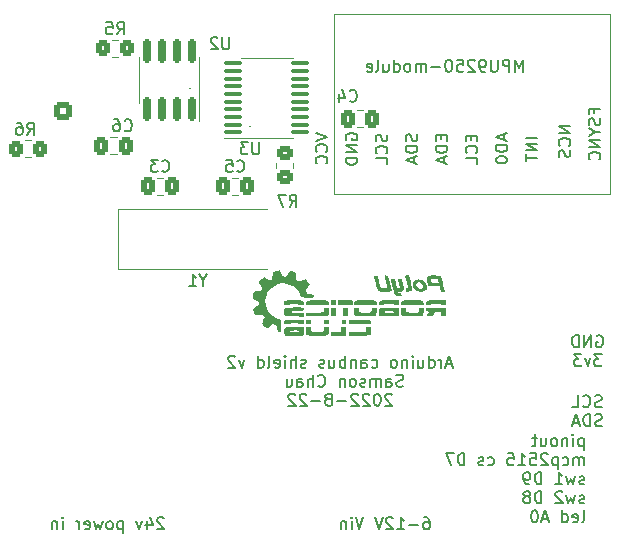
<source format=gbo>
G04 #@! TF.GenerationSoftware,KiCad,Pcbnew,6.0.7-f9a2dced07~116~ubuntu20.04.1*
G04 #@! TF.CreationDate,2022-08-24T23:56:41+08:00*
G04 #@! TF.ProjectId,arduino_can_bus_shield_v2.1,61726475-696e-46f5-9f63-616e5f627573,rev?*
G04 #@! TF.SameCoordinates,Original*
G04 #@! TF.FileFunction,Legend,Bot*
G04 #@! TF.FilePolarity,Positive*
%FSLAX46Y46*%
G04 Gerber Fmt 4.6, Leading zero omitted, Abs format (unit mm)*
G04 Created by KiCad (PCBNEW 6.0.7-f9a2dced07~116~ubuntu20.04.1) date 2022-08-24 23:56:41*
%MOMM*%
%LPD*%
G01*
G04 APERTURE LIST*
G04 Aperture macros list*
%AMRoundRect*
0 Rectangle with rounded corners*
0 $1 Rounding radius*
0 $2 $3 $4 $5 $6 $7 $8 $9 X,Y pos of 4 corners*
0 Add a 4 corners polygon primitive as box body*
4,1,4,$2,$3,$4,$5,$6,$7,$8,$9,$2,$3,0*
0 Add four circle primitives for the rounded corners*
1,1,$1+$1,$2,$3*
1,1,$1+$1,$4,$5*
1,1,$1+$1,$6,$7*
1,1,$1+$1,$8,$9*
0 Add four rect primitives between the rounded corners*
20,1,$1+$1,$2,$3,$4,$5,0*
20,1,$1+$1,$4,$5,$6,$7,0*
20,1,$1+$1,$6,$7,$8,$9,0*
20,1,$1+$1,$8,$9,$2,$3,0*%
G04 Aperture macros list end*
%ADD10C,0.150000*%
%ADD11C,0.120000*%
%ADD12R,1.700000X1.700000*%
%ADD13O,1.700000X1.700000*%
%ADD14R,1.800000X0.900000*%
%ADD15C,4.500000*%
%ADD16C,3.000000*%
%ADD17RoundRect,0.250001X0.499999X-0.499999X0.499999X0.499999X-0.499999X0.499999X-0.499999X-0.499999X0*%
%ADD18C,1.500000*%
%ADD19C,3.200000*%
%ADD20C,1.524000*%
%ADD21R,1.600000X1.600000*%
%ADD22O,1.600000X1.600000*%
%ADD23O,2.000000X1.600000*%
%ADD24RoundRect,0.250000X0.337500X0.475000X-0.337500X0.475000X-0.337500X-0.475000X0.337500X-0.475000X0*%
%ADD25R,4.500000X2.000000*%
%ADD26RoundRect,0.250000X-0.337500X-0.475000X0.337500X-0.475000X0.337500X0.475000X-0.337500X0.475000X0*%
%ADD27RoundRect,0.100000X-0.637500X-0.100000X0.637500X-0.100000X0.637500X0.100000X-0.637500X0.100000X0*%
%ADD28RoundRect,0.250000X0.350000X0.450000X-0.350000X0.450000X-0.350000X-0.450000X0.350000X-0.450000X0*%
%ADD29RoundRect,0.250000X0.450000X-0.350000X0.450000X0.350000X-0.450000X0.350000X-0.450000X-0.350000X0*%
%ADD30RoundRect,0.150000X0.150000X-0.825000X0.150000X0.825000X-0.150000X0.825000X-0.150000X-0.825000X0*%
G04 APERTURE END LIST*
D10*
X133655001Y-60630000D02*
G75*
G03*
X133655001Y-60630000I-1J0D01*
G01*
X128575001Y-57455000D02*
G75*
G03*
X128575001Y-57455000I-1J0D01*
G01*
X148394523Y-93737380D02*
X148585000Y-93737380D01*
X148680238Y-93785000D01*
X148727857Y-93832619D01*
X148823095Y-93975476D01*
X148870714Y-94165952D01*
X148870714Y-94546904D01*
X148823095Y-94642142D01*
X148775476Y-94689761D01*
X148680238Y-94737380D01*
X148489761Y-94737380D01*
X148394523Y-94689761D01*
X148346904Y-94642142D01*
X148299285Y-94546904D01*
X148299285Y-94308809D01*
X148346904Y-94213571D01*
X148394523Y-94165952D01*
X148489761Y-94118333D01*
X148680238Y-94118333D01*
X148775476Y-94165952D01*
X148823095Y-94213571D01*
X148870714Y-94308809D01*
X147870714Y-94356428D02*
X147108809Y-94356428D01*
X146108809Y-94737380D02*
X146680238Y-94737380D01*
X146394523Y-94737380D02*
X146394523Y-93737380D01*
X146489761Y-93880238D01*
X146585000Y-93975476D01*
X146680238Y-94023095D01*
X145727857Y-93832619D02*
X145680238Y-93785000D01*
X145585000Y-93737380D01*
X145346904Y-93737380D01*
X145251666Y-93785000D01*
X145204047Y-93832619D01*
X145156428Y-93927857D01*
X145156428Y-94023095D01*
X145204047Y-94165952D01*
X145775476Y-94737380D01*
X145156428Y-94737380D01*
X144870714Y-93737380D02*
X144537380Y-94737380D01*
X144204047Y-93737380D01*
X143251666Y-93737380D02*
X142918333Y-94737380D01*
X142585000Y-93737380D01*
X142251666Y-94737380D02*
X142251666Y-94070714D01*
X142251666Y-93737380D02*
X142299285Y-93785000D01*
X142251666Y-93832619D01*
X142204047Y-93785000D01*
X142251666Y-93737380D01*
X142251666Y-93832619D01*
X141775476Y-94070714D02*
X141775476Y-94737380D01*
X141775476Y-94165952D02*
X141727857Y-94118333D01*
X141632619Y-94070714D01*
X141489761Y-94070714D01*
X141394523Y-94118333D01*
X141346904Y-94213571D01*
X141346904Y-94737380D01*
X162991904Y-78375000D02*
X163087142Y-78327380D01*
X163230000Y-78327380D01*
X163372857Y-78375000D01*
X163468095Y-78470238D01*
X163515714Y-78565476D01*
X163563333Y-78755952D01*
X163563333Y-78898809D01*
X163515714Y-79089285D01*
X163468095Y-79184523D01*
X163372857Y-79279761D01*
X163230000Y-79327380D01*
X163134761Y-79327380D01*
X162991904Y-79279761D01*
X162944285Y-79232142D01*
X162944285Y-78898809D01*
X163134761Y-78898809D01*
X162515714Y-79327380D02*
X162515714Y-78327380D01*
X161944285Y-79327380D01*
X161944285Y-78327380D01*
X161468095Y-79327380D02*
X161468095Y-78327380D01*
X161230000Y-78327380D01*
X161087142Y-78375000D01*
X160991904Y-78470238D01*
X160944285Y-78565476D01*
X160896666Y-78755952D01*
X160896666Y-78898809D01*
X160944285Y-79089285D01*
X160991904Y-79184523D01*
X161087142Y-79279761D01*
X161230000Y-79327380D01*
X161468095Y-79327380D01*
X163420476Y-79937380D02*
X162801428Y-79937380D01*
X163134761Y-80318333D01*
X162991904Y-80318333D01*
X162896666Y-80365952D01*
X162849047Y-80413571D01*
X162801428Y-80508809D01*
X162801428Y-80746904D01*
X162849047Y-80842142D01*
X162896666Y-80889761D01*
X162991904Y-80937380D01*
X163277619Y-80937380D01*
X163372857Y-80889761D01*
X163420476Y-80842142D01*
X162468095Y-80270714D02*
X162230000Y-80937380D01*
X161991904Y-80270714D01*
X161706190Y-79937380D02*
X161087142Y-79937380D01*
X161420476Y-80318333D01*
X161277619Y-80318333D01*
X161182380Y-80365952D01*
X161134761Y-80413571D01*
X161087142Y-80508809D01*
X161087142Y-80746904D01*
X161134761Y-80842142D01*
X161182380Y-80889761D01*
X161277619Y-80937380D01*
X161563333Y-80937380D01*
X161658571Y-80889761D01*
X161706190Y-80842142D01*
X126351904Y-93832619D02*
X126304285Y-93785000D01*
X126209047Y-93737380D01*
X125970952Y-93737380D01*
X125875714Y-93785000D01*
X125828095Y-93832619D01*
X125780476Y-93927857D01*
X125780476Y-94023095D01*
X125828095Y-94165952D01*
X126399523Y-94737380D01*
X125780476Y-94737380D01*
X124923333Y-94070714D02*
X124923333Y-94737380D01*
X125161428Y-93689761D02*
X125399523Y-94404047D01*
X124780476Y-94404047D01*
X124494761Y-94070714D02*
X124256666Y-94737380D01*
X124018571Y-94070714D01*
X122875714Y-94070714D02*
X122875714Y-95070714D01*
X122875714Y-94118333D02*
X122780476Y-94070714D01*
X122590000Y-94070714D01*
X122494761Y-94118333D01*
X122447142Y-94165952D01*
X122399523Y-94261190D01*
X122399523Y-94546904D01*
X122447142Y-94642142D01*
X122494761Y-94689761D01*
X122590000Y-94737380D01*
X122780476Y-94737380D01*
X122875714Y-94689761D01*
X121828095Y-94737380D02*
X121923333Y-94689761D01*
X121970952Y-94642142D01*
X122018571Y-94546904D01*
X122018571Y-94261190D01*
X121970952Y-94165952D01*
X121923333Y-94118333D01*
X121828095Y-94070714D01*
X121685238Y-94070714D01*
X121590000Y-94118333D01*
X121542380Y-94165952D01*
X121494761Y-94261190D01*
X121494761Y-94546904D01*
X121542380Y-94642142D01*
X121590000Y-94689761D01*
X121685238Y-94737380D01*
X121828095Y-94737380D01*
X121161428Y-94070714D02*
X120970952Y-94737380D01*
X120780476Y-94261190D01*
X120590000Y-94737380D01*
X120399523Y-94070714D01*
X119637619Y-94689761D02*
X119732857Y-94737380D01*
X119923333Y-94737380D01*
X120018571Y-94689761D01*
X120066190Y-94594523D01*
X120066190Y-94213571D01*
X120018571Y-94118333D01*
X119923333Y-94070714D01*
X119732857Y-94070714D01*
X119637619Y-94118333D01*
X119590000Y-94213571D01*
X119590000Y-94308809D01*
X120066190Y-94404047D01*
X119161428Y-94737380D02*
X119161428Y-94070714D01*
X119161428Y-94261190D02*
X119113809Y-94165952D01*
X119066190Y-94118333D01*
X118970952Y-94070714D01*
X118875714Y-94070714D01*
X117780476Y-94737380D02*
X117780476Y-94070714D01*
X117780476Y-93737380D02*
X117828095Y-93785000D01*
X117780476Y-93832619D01*
X117732857Y-93785000D01*
X117780476Y-93737380D01*
X117780476Y-93832619D01*
X117304285Y-94070714D02*
X117304285Y-94737380D01*
X117304285Y-94165952D02*
X117256666Y-94118333D01*
X117161428Y-94070714D01*
X117018571Y-94070714D01*
X116923333Y-94118333D01*
X116875714Y-94213571D01*
X116875714Y-94737380D01*
X150751190Y-80776666D02*
X150275000Y-80776666D01*
X150846428Y-81062380D02*
X150513095Y-80062380D01*
X150179761Y-81062380D01*
X149846428Y-81062380D02*
X149846428Y-80395714D01*
X149846428Y-80586190D02*
X149798809Y-80490952D01*
X149751190Y-80443333D01*
X149655952Y-80395714D01*
X149560714Y-80395714D01*
X148798809Y-81062380D02*
X148798809Y-80062380D01*
X148798809Y-81014761D02*
X148894047Y-81062380D01*
X149084523Y-81062380D01*
X149179761Y-81014761D01*
X149227380Y-80967142D01*
X149275000Y-80871904D01*
X149275000Y-80586190D01*
X149227380Y-80490952D01*
X149179761Y-80443333D01*
X149084523Y-80395714D01*
X148894047Y-80395714D01*
X148798809Y-80443333D01*
X147894047Y-80395714D02*
X147894047Y-81062380D01*
X148322619Y-80395714D02*
X148322619Y-80919523D01*
X148275000Y-81014761D01*
X148179761Y-81062380D01*
X148036904Y-81062380D01*
X147941666Y-81014761D01*
X147894047Y-80967142D01*
X147417857Y-81062380D02*
X147417857Y-80395714D01*
X147417857Y-80062380D02*
X147465476Y-80110000D01*
X147417857Y-80157619D01*
X147370238Y-80110000D01*
X147417857Y-80062380D01*
X147417857Y-80157619D01*
X146941666Y-80395714D02*
X146941666Y-81062380D01*
X146941666Y-80490952D02*
X146894047Y-80443333D01*
X146798809Y-80395714D01*
X146655952Y-80395714D01*
X146560714Y-80443333D01*
X146513095Y-80538571D01*
X146513095Y-81062380D01*
X145894047Y-81062380D02*
X145989285Y-81014761D01*
X146036904Y-80967142D01*
X146084523Y-80871904D01*
X146084523Y-80586190D01*
X146036904Y-80490952D01*
X145989285Y-80443333D01*
X145894047Y-80395714D01*
X145751190Y-80395714D01*
X145655952Y-80443333D01*
X145608333Y-80490952D01*
X145560714Y-80586190D01*
X145560714Y-80871904D01*
X145608333Y-80967142D01*
X145655952Y-81014761D01*
X145751190Y-81062380D01*
X145894047Y-81062380D01*
X143941666Y-81014761D02*
X144036904Y-81062380D01*
X144227380Y-81062380D01*
X144322619Y-81014761D01*
X144370238Y-80967142D01*
X144417857Y-80871904D01*
X144417857Y-80586190D01*
X144370238Y-80490952D01*
X144322619Y-80443333D01*
X144227380Y-80395714D01*
X144036904Y-80395714D01*
X143941666Y-80443333D01*
X143084523Y-81062380D02*
X143084523Y-80538571D01*
X143132142Y-80443333D01*
X143227380Y-80395714D01*
X143417857Y-80395714D01*
X143513095Y-80443333D01*
X143084523Y-81014761D02*
X143179761Y-81062380D01*
X143417857Y-81062380D01*
X143513095Y-81014761D01*
X143560714Y-80919523D01*
X143560714Y-80824285D01*
X143513095Y-80729047D01*
X143417857Y-80681428D01*
X143179761Y-80681428D01*
X143084523Y-80633809D01*
X142608333Y-80395714D02*
X142608333Y-81062380D01*
X142608333Y-80490952D02*
X142560714Y-80443333D01*
X142465476Y-80395714D01*
X142322619Y-80395714D01*
X142227380Y-80443333D01*
X142179761Y-80538571D01*
X142179761Y-81062380D01*
X141703571Y-81062380D02*
X141703571Y-80062380D01*
X141703571Y-80443333D02*
X141608333Y-80395714D01*
X141417857Y-80395714D01*
X141322619Y-80443333D01*
X141275000Y-80490952D01*
X141227380Y-80586190D01*
X141227380Y-80871904D01*
X141275000Y-80967142D01*
X141322619Y-81014761D01*
X141417857Y-81062380D01*
X141608333Y-81062380D01*
X141703571Y-81014761D01*
X140370238Y-80395714D02*
X140370238Y-81062380D01*
X140798809Y-80395714D02*
X140798809Y-80919523D01*
X140751190Y-81014761D01*
X140655952Y-81062380D01*
X140513095Y-81062380D01*
X140417857Y-81014761D01*
X140370238Y-80967142D01*
X139941666Y-81014761D02*
X139846428Y-81062380D01*
X139655952Y-81062380D01*
X139560714Y-81014761D01*
X139513095Y-80919523D01*
X139513095Y-80871904D01*
X139560714Y-80776666D01*
X139655952Y-80729047D01*
X139798809Y-80729047D01*
X139894047Y-80681428D01*
X139941666Y-80586190D01*
X139941666Y-80538571D01*
X139894047Y-80443333D01*
X139798809Y-80395714D01*
X139655952Y-80395714D01*
X139560714Y-80443333D01*
X138370238Y-81014761D02*
X138275000Y-81062380D01*
X138084523Y-81062380D01*
X137989285Y-81014761D01*
X137941666Y-80919523D01*
X137941666Y-80871904D01*
X137989285Y-80776666D01*
X138084523Y-80729047D01*
X138227380Y-80729047D01*
X138322619Y-80681428D01*
X138370238Y-80586190D01*
X138370238Y-80538571D01*
X138322619Y-80443333D01*
X138227380Y-80395714D01*
X138084523Y-80395714D01*
X137989285Y-80443333D01*
X137513095Y-81062380D02*
X137513095Y-80062380D01*
X137084523Y-81062380D02*
X137084523Y-80538571D01*
X137132142Y-80443333D01*
X137227380Y-80395714D01*
X137370238Y-80395714D01*
X137465476Y-80443333D01*
X137513095Y-80490952D01*
X136608333Y-81062380D02*
X136608333Y-80395714D01*
X136608333Y-80062380D02*
X136655952Y-80110000D01*
X136608333Y-80157619D01*
X136560714Y-80110000D01*
X136608333Y-80062380D01*
X136608333Y-80157619D01*
X135751190Y-81014761D02*
X135846428Y-81062380D01*
X136036904Y-81062380D01*
X136132142Y-81014761D01*
X136179761Y-80919523D01*
X136179761Y-80538571D01*
X136132142Y-80443333D01*
X136036904Y-80395714D01*
X135846428Y-80395714D01*
X135751190Y-80443333D01*
X135703571Y-80538571D01*
X135703571Y-80633809D01*
X136179761Y-80729047D01*
X135132142Y-81062380D02*
X135227380Y-81014761D01*
X135275000Y-80919523D01*
X135275000Y-80062380D01*
X134322619Y-81062380D02*
X134322619Y-80062380D01*
X134322619Y-81014761D02*
X134417857Y-81062380D01*
X134608333Y-81062380D01*
X134703571Y-81014761D01*
X134751190Y-80967142D01*
X134798809Y-80871904D01*
X134798809Y-80586190D01*
X134751190Y-80490952D01*
X134703571Y-80443333D01*
X134608333Y-80395714D01*
X134417857Y-80395714D01*
X134322619Y-80443333D01*
X133179761Y-80395714D02*
X132941666Y-81062380D01*
X132703571Y-80395714D01*
X132370238Y-80157619D02*
X132322619Y-80110000D01*
X132227380Y-80062380D01*
X131989285Y-80062380D01*
X131894047Y-80110000D01*
X131846428Y-80157619D01*
X131798809Y-80252857D01*
X131798809Y-80348095D01*
X131846428Y-80490952D01*
X132417857Y-81062380D01*
X131798809Y-81062380D01*
X146608333Y-82624761D02*
X146465476Y-82672380D01*
X146227380Y-82672380D01*
X146132142Y-82624761D01*
X146084523Y-82577142D01*
X146036904Y-82481904D01*
X146036904Y-82386666D01*
X146084523Y-82291428D01*
X146132142Y-82243809D01*
X146227380Y-82196190D01*
X146417857Y-82148571D01*
X146513095Y-82100952D01*
X146560714Y-82053333D01*
X146608333Y-81958095D01*
X146608333Y-81862857D01*
X146560714Y-81767619D01*
X146513095Y-81720000D01*
X146417857Y-81672380D01*
X146179761Y-81672380D01*
X146036904Y-81720000D01*
X145179761Y-82672380D02*
X145179761Y-82148571D01*
X145227380Y-82053333D01*
X145322619Y-82005714D01*
X145513095Y-82005714D01*
X145608333Y-82053333D01*
X145179761Y-82624761D02*
X145275000Y-82672380D01*
X145513095Y-82672380D01*
X145608333Y-82624761D01*
X145655952Y-82529523D01*
X145655952Y-82434285D01*
X145608333Y-82339047D01*
X145513095Y-82291428D01*
X145275000Y-82291428D01*
X145179761Y-82243809D01*
X144703571Y-82672380D02*
X144703571Y-82005714D01*
X144703571Y-82100952D02*
X144655952Y-82053333D01*
X144560714Y-82005714D01*
X144417857Y-82005714D01*
X144322619Y-82053333D01*
X144275000Y-82148571D01*
X144275000Y-82672380D01*
X144275000Y-82148571D02*
X144227380Y-82053333D01*
X144132142Y-82005714D01*
X143989285Y-82005714D01*
X143894047Y-82053333D01*
X143846428Y-82148571D01*
X143846428Y-82672380D01*
X143417857Y-82624761D02*
X143322619Y-82672380D01*
X143132142Y-82672380D01*
X143036904Y-82624761D01*
X142989285Y-82529523D01*
X142989285Y-82481904D01*
X143036904Y-82386666D01*
X143132142Y-82339047D01*
X143275000Y-82339047D01*
X143370238Y-82291428D01*
X143417857Y-82196190D01*
X143417857Y-82148571D01*
X143370238Y-82053333D01*
X143275000Y-82005714D01*
X143132142Y-82005714D01*
X143036904Y-82053333D01*
X142417857Y-82672380D02*
X142513095Y-82624761D01*
X142560714Y-82577142D01*
X142608333Y-82481904D01*
X142608333Y-82196190D01*
X142560714Y-82100952D01*
X142513095Y-82053333D01*
X142417857Y-82005714D01*
X142275000Y-82005714D01*
X142179761Y-82053333D01*
X142132142Y-82100952D01*
X142084523Y-82196190D01*
X142084523Y-82481904D01*
X142132142Y-82577142D01*
X142179761Y-82624761D01*
X142275000Y-82672380D01*
X142417857Y-82672380D01*
X141655952Y-82005714D02*
X141655952Y-82672380D01*
X141655952Y-82100952D02*
X141608333Y-82053333D01*
X141513095Y-82005714D01*
X141370238Y-82005714D01*
X141275000Y-82053333D01*
X141227380Y-82148571D01*
X141227380Y-82672380D01*
X139417857Y-82577142D02*
X139465476Y-82624761D01*
X139608333Y-82672380D01*
X139703571Y-82672380D01*
X139846428Y-82624761D01*
X139941666Y-82529523D01*
X139989285Y-82434285D01*
X140036904Y-82243809D01*
X140036904Y-82100952D01*
X139989285Y-81910476D01*
X139941666Y-81815238D01*
X139846428Y-81720000D01*
X139703571Y-81672380D01*
X139608333Y-81672380D01*
X139465476Y-81720000D01*
X139417857Y-81767619D01*
X138989285Y-82672380D02*
X138989285Y-81672380D01*
X138560714Y-82672380D02*
X138560714Y-82148571D01*
X138608333Y-82053333D01*
X138703571Y-82005714D01*
X138846428Y-82005714D01*
X138941666Y-82053333D01*
X138989285Y-82100952D01*
X137655952Y-82672380D02*
X137655952Y-82148571D01*
X137703571Y-82053333D01*
X137798809Y-82005714D01*
X137989285Y-82005714D01*
X138084523Y-82053333D01*
X137655952Y-82624761D02*
X137751190Y-82672380D01*
X137989285Y-82672380D01*
X138084523Y-82624761D01*
X138132142Y-82529523D01*
X138132142Y-82434285D01*
X138084523Y-82339047D01*
X137989285Y-82291428D01*
X137751190Y-82291428D01*
X137655952Y-82243809D01*
X136751190Y-82005714D02*
X136751190Y-82672380D01*
X137179761Y-82005714D02*
X137179761Y-82529523D01*
X137132142Y-82624761D01*
X137036904Y-82672380D01*
X136894047Y-82672380D01*
X136798809Y-82624761D01*
X136751190Y-82577142D01*
X145655952Y-83377619D02*
X145608333Y-83330000D01*
X145513095Y-83282380D01*
X145275000Y-83282380D01*
X145179761Y-83330000D01*
X145132142Y-83377619D01*
X145084523Y-83472857D01*
X145084523Y-83568095D01*
X145132142Y-83710952D01*
X145703571Y-84282380D01*
X145084523Y-84282380D01*
X144465476Y-83282380D02*
X144370238Y-83282380D01*
X144275000Y-83330000D01*
X144227380Y-83377619D01*
X144179761Y-83472857D01*
X144132142Y-83663333D01*
X144132142Y-83901428D01*
X144179761Y-84091904D01*
X144227380Y-84187142D01*
X144275000Y-84234761D01*
X144370238Y-84282380D01*
X144465476Y-84282380D01*
X144560714Y-84234761D01*
X144608333Y-84187142D01*
X144655952Y-84091904D01*
X144703571Y-83901428D01*
X144703571Y-83663333D01*
X144655952Y-83472857D01*
X144608333Y-83377619D01*
X144560714Y-83330000D01*
X144465476Y-83282380D01*
X143751190Y-83377619D02*
X143703571Y-83330000D01*
X143608333Y-83282380D01*
X143370238Y-83282380D01*
X143275000Y-83330000D01*
X143227380Y-83377619D01*
X143179761Y-83472857D01*
X143179761Y-83568095D01*
X143227380Y-83710952D01*
X143798809Y-84282380D01*
X143179761Y-84282380D01*
X142798809Y-83377619D02*
X142751190Y-83330000D01*
X142655952Y-83282380D01*
X142417857Y-83282380D01*
X142322619Y-83330000D01*
X142275000Y-83377619D01*
X142227380Y-83472857D01*
X142227380Y-83568095D01*
X142275000Y-83710952D01*
X142846428Y-84282380D01*
X142227380Y-84282380D01*
X141798809Y-83901428D02*
X141036904Y-83901428D01*
X140417857Y-83710952D02*
X140513095Y-83663333D01*
X140560714Y-83615714D01*
X140608333Y-83520476D01*
X140608333Y-83472857D01*
X140560714Y-83377619D01*
X140513095Y-83330000D01*
X140417857Y-83282380D01*
X140227380Y-83282380D01*
X140132142Y-83330000D01*
X140084523Y-83377619D01*
X140036904Y-83472857D01*
X140036904Y-83520476D01*
X140084523Y-83615714D01*
X140132142Y-83663333D01*
X140227380Y-83710952D01*
X140417857Y-83710952D01*
X140513095Y-83758571D01*
X140560714Y-83806190D01*
X140608333Y-83901428D01*
X140608333Y-84091904D01*
X140560714Y-84187142D01*
X140513095Y-84234761D01*
X140417857Y-84282380D01*
X140227380Y-84282380D01*
X140132142Y-84234761D01*
X140084523Y-84187142D01*
X140036904Y-84091904D01*
X140036904Y-83901428D01*
X140084523Y-83806190D01*
X140132142Y-83758571D01*
X140227380Y-83710952D01*
X139608333Y-83901428D02*
X138846428Y-83901428D01*
X138417857Y-83377619D02*
X138370238Y-83330000D01*
X138275000Y-83282380D01*
X138036904Y-83282380D01*
X137941666Y-83330000D01*
X137894047Y-83377619D01*
X137846428Y-83472857D01*
X137846428Y-83568095D01*
X137894047Y-83710952D01*
X138465476Y-84282380D01*
X137846428Y-84282380D01*
X137465476Y-83377619D02*
X137417857Y-83330000D01*
X137322619Y-83282380D01*
X137084523Y-83282380D01*
X136989285Y-83330000D01*
X136941666Y-83377619D01*
X136894047Y-83472857D01*
X136894047Y-83568095D01*
X136941666Y-83710952D01*
X137513095Y-84282380D01*
X136894047Y-84282380D01*
X163420476Y-84359761D02*
X163277619Y-84407380D01*
X163039523Y-84407380D01*
X162944285Y-84359761D01*
X162896666Y-84312142D01*
X162849047Y-84216904D01*
X162849047Y-84121666D01*
X162896666Y-84026428D01*
X162944285Y-83978809D01*
X163039523Y-83931190D01*
X163230000Y-83883571D01*
X163325238Y-83835952D01*
X163372857Y-83788333D01*
X163420476Y-83693095D01*
X163420476Y-83597857D01*
X163372857Y-83502619D01*
X163325238Y-83455000D01*
X163230000Y-83407380D01*
X162991904Y-83407380D01*
X162849047Y-83455000D01*
X161849047Y-84312142D02*
X161896666Y-84359761D01*
X162039523Y-84407380D01*
X162134761Y-84407380D01*
X162277619Y-84359761D01*
X162372857Y-84264523D01*
X162420476Y-84169285D01*
X162468095Y-83978809D01*
X162468095Y-83835952D01*
X162420476Y-83645476D01*
X162372857Y-83550238D01*
X162277619Y-83455000D01*
X162134761Y-83407380D01*
X162039523Y-83407380D01*
X161896666Y-83455000D01*
X161849047Y-83502619D01*
X160944285Y-84407380D02*
X161420476Y-84407380D01*
X161420476Y-83407380D01*
X163444285Y-85969761D02*
X163301428Y-86017380D01*
X163063333Y-86017380D01*
X162968095Y-85969761D01*
X162920476Y-85922142D01*
X162872857Y-85826904D01*
X162872857Y-85731666D01*
X162920476Y-85636428D01*
X162968095Y-85588809D01*
X163063333Y-85541190D01*
X163253809Y-85493571D01*
X163349047Y-85445952D01*
X163396666Y-85398333D01*
X163444285Y-85303095D01*
X163444285Y-85207857D01*
X163396666Y-85112619D01*
X163349047Y-85065000D01*
X163253809Y-85017380D01*
X163015714Y-85017380D01*
X162872857Y-85065000D01*
X162444285Y-86017380D02*
X162444285Y-85017380D01*
X162206190Y-85017380D01*
X162063333Y-85065000D01*
X161968095Y-85160238D01*
X161920476Y-85255476D01*
X161872857Y-85445952D01*
X161872857Y-85588809D01*
X161920476Y-85779285D01*
X161968095Y-85874523D01*
X162063333Y-85969761D01*
X162206190Y-86017380D01*
X162444285Y-86017380D01*
X161491904Y-85731666D02*
X161015714Y-85731666D01*
X161587142Y-86017380D02*
X161253809Y-85017380D01*
X160920476Y-86017380D01*
X161894404Y-87040714D02*
X161894404Y-88040714D01*
X161894404Y-87088333D02*
X161799166Y-87040714D01*
X161608690Y-87040714D01*
X161513452Y-87088333D01*
X161465833Y-87135952D01*
X161418214Y-87231190D01*
X161418214Y-87516904D01*
X161465833Y-87612142D01*
X161513452Y-87659761D01*
X161608690Y-87707380D01*
X161799166Y-87707380D01*
X161894404Y-87659761D01*
X160989642Y-87707380D02*
X160989642Y-87040714D01*
X160989642Y-86707380D02*
X161037261Y-86755000D01*
X160989642Y-86802619D01*
X160942023Y-86755000D01*
X160989642Y-86707380D01*
X160989642Y-86802619D01*
X160513452Y-87040714D02*
X160513452Y-87707380D01*
X160513452Y-87135952D02*
X160465833Y-87088333D01*
X160370595Y-87040714D01*
X160227738Y-87040714D01*
X160132500Y-87088333D01*
X160084880Y-87183571D01*
X160084880Y-87707380D01*
X159465833Y-87707380D02*
X159561071Y-87659761D01*
X159608690Y-87612142D01*
X159656309Y-87516904D01*
X159656309Y-87231190D01*
X159608690Y-87135952D01*
X159561071Y-87088333D01*
X159465833Y-87040714D01*
X159322976Y-87040714D01*
X159227738Y-87088333D01*
X159180119Y-87135952D01*
X159132500Y-87231190D01*
X159132500Y-87516904D01*
X159180119Y-87612142D01*
X159227738Y-87659761D01*
X159322976Y-87707380D01*
X159465833Y-87707380D01*
X158275357Y-87040714D02*
X158275357Y-87707380D01*
X158703928Y-87040714D02*
X158703928Y-87564523D01*
X158656309Y-87659761D01*
X158561071Y-87707380D01*
X158418214Y-87707380D01*
X158322976Y-87659761D01*
X158275357Y-87612142D01*
X157942023Y-87040714D02*
X157561071Y-87040714D01*
X157799166Y-86707380D02*
X157799166Y-87564523D01*
X157751547Y-87659761D01*
X157656309Y-87707380D01*
X157561071Y-87707380D01*
X161894404Y-89317380D02*
X161894404Y-88650714D01*
X161894404Y-88745952D02*
X161846785Y-88698333D01*
X161751547Y-88650714D01*
X161608690Y-88650714D01*
X161513452Y-88698333D01*
X161465833Y-88793571D01*
X161465833Y-89317380D01*
X161465833Y-88793571D02*
X161418214Y-88698333D01*
X161322976Y-88650714D01*
X161180119Y-88650714D01*
X161084880Y-88698333D01*
X161037261Y-88793571D01*
X161037261Y-89317380D01*
X160132500Y-89269761D02*
X160227738Y-89317380D01*
X160418214Y-89317380D01*
X160513452Y-89269761D01*
X160561071Y-89222142D01*
X160608690Y-89126904D01*
X160608690Y-88841190D01*
X160561071Y-88745952D01*
X160513452Y-88698333D01*
X160418214Y-88650714D01*
X160227738Y-88650714D01*
X160132500Y-88698333D01*
X159703928Y-88650714D02*
X159703928Y-89650714D01*
X159703928Y-88698333D02*
X159608690Y-88650714D01*
X159418214Y-88650714D01*
X159322976Y-88698333D01*
X159275357Y-88745952D01*
X159227738Y-88841190D01*
X159227738Y-89126904D01*
X159275357Y-89222142D01*
X159322976Y-89269761D01*
X159418214Y-89317380D01*
X159608690Y-89317380D01*
X159703928Y-89269761D01*
X158846785Y-88412619D02*
X158799166Y-88365000D01*
X158703928Y-88317380D01*
X158465833Y-88317380D01*
X158370595Y-88365000D01*
X158322976Y-88412619D01*
X158275357Y-88507857D01*
X158275357Y-88603095D01*
X158322976Y-88745952D01*
X158894404Y-89317380D01*
X158275357Y-89317380D01*
X157370595Y-88317380D02*
X157846785Y-88317380D01*
X157894404Y-88793571D01*
X157846785Y-88745952D01*
X157751547Y-88698333D01*
X157513452Y-88698333D01*
X157418214Y-88745952D01*
X157370595Y-88793571D01*
X157322976Y-88888809D01*
X157322976Y-89126904D01*
X157370595Y-89222142D01*
X157418214Y-89269761D01*
X157513452Y-89317380D01*
X157751547Y-89317380D01*
X157846785Y-89269761D01*
X157894404Y-89222142D01*
X156370595Y-89317380D02*
X156942023Y-89317380D01*
X156656309Y-89317380D02*
X156656309Y-88317380D01*
X156751547Y-88460238D01*
X156846785Y-88555476D01*
X156942023Y-88603095D01*
X155465833Y-88317380D02*
X155942023Y-88317380D01*
X155989642Y-88793571D01*
X155942023Y-88745952D01*
X155846785Y-88698333D01*
X155608690Y-88698333D01*
X155513452Y-88745952D01*
X155465833Y-88793571D01*
X155418214Y-88888809D01*
X155418214Y-89126904D01*
X155465833Y-89222142D01*
X155513452Y-89269761D01*
X155608690Y-89317380D01*
X155846785Y-89317380D01*
X155942023Y-89269761D01*
X155989642Y-89222142D01*
X153799166Y-89269761D02*
X153894404Y-89317380D01*
X154084880Y-89317380D01*
X154180119Y-89269761D01*
X154227738Y-89222142D01*
X154275357Y-89126904D01*
X154275357Y-88841190D01*
X154227738Y-88745952D01*
X154180119Y-88698333D01*
X154084880Y-88650714D01*
X153894404Y-88650714D01*
X153799166Y-88698333D01*
X153418214Y-89269761D02*
X153322976Y-89317380D01*
X153132500Y-89317380D01*
X153037261Y-89269761D01*
X152989642Y-89174523D01*
X152989642Y-89126904D01*
X153037261Y-89031666D01*
X153132500Y-88984047D01*
X153275357Y-88984047D01*
X153370595Y-88936428D01*
X153418214Y-88841190D01*
X153418214Y-88793571D01*
X153370595Y-88698333D01*
X153275357Y-88650714D01*
X153132500Y-88650714D01*
X153037261Y-88698333D01*
X151799166Y-89317380D02*
X151799166Y-88317380D01*
X151561071Y-88317380D01*
X151418214Y-88365000D01*
X151322976Y-88460238D01*
X151275357Y-88555476D01*
X151227738Y-88745952D01*
X151227738Y-88888809D01*
X151275357Y-89079285D01*
X151322976Y-89174523D01*
X151418214Y-89269761D01*
X151561071Y-89317380D01*
X151799166Y-89317380D01*
X150894404Y-88317380D02*
X150227738Y-88317380D01*
X150656309Y-89317380D01*
X161942023Y-90879761D02*
X161846785Y-90927380D01*
X161656309Y-90927380D01*
X161561071Y-90879761D01*
X161513452Y-90784523D01*
X161513452Y-90736904D01*
X161561071Y-90641666D01*
X161656309Y-90594047D01*
X161799166Y-90594047D01*
X161894404Y-90546428D01*
X161942023Y-90451190D01*
X161942023Y-90403571D01*
X161894404Y-90308333D01*
X161799166Y-90260714D01*
X161656309Y-90260714D01*
X161561071Y-90308333D01*
X161180119Y-90260714D02*
X160989642Y-90927380D01*
X160799166Y-90451190D01*
X160608690Y-90927380D01*
X160418214Y-90260714D01*
X159513452Y-90927380D02*
X160084880Y-90927380D01*
X159799166Y-90927380D02*
X159799166Y-89927380D01*
X159894404Y-90070238D01*
X159989642Y-90165476D01*
X160084880Y-90213095D01*
X158322976Y-90927380D02*
X158322976Y-89927380D01*
X158084880Y-89927380D01*
X157942023Y-89975000D01*
X157846785Y-90070238D01*
X157799166Y-90165476D01*
X157751547Y-90355952D01*
X157751547Y-90498809D01*
X157799166Y-90689285D01*
X157846785Y-90784523D01*
X157942023Y-90879761D01*
X158084880Y-90927380D01*
X158322976Y-90927380D01*
X157275357Y-90927380D02*
X157084880Y-90927380D01*
X156989642Y-90879761D01*
X156942023Y-90832142D01*
X156846785Y-90689285D01*
X156799166Y-90498809D01*
X156799166Y-90117857D01*
X156846785Y-90022619D01*
X156894404Y-89975000D01*
X156989642Y-89927380D01*
X157180119Y-89927380D01*
X157275357Y-89975000D01*
X157322976Y-90022619D01*
X157370595Y-90117857D01*
X157370595Y-90355952D01*
X157322976Y-90451190D01*
X157275357Y-90498809D01*
X157180119Y-90546428D01*
X156989642Y-90546428D01*
X156894404Y-90498809D01*
X156846785Y-90451190D01*
X156799166Y-90355952D01*
X161942023Y-92489761D02*
X161846785Y-92537380D01*
X161656309Y-92537380D01*
X161561071Y-92489761D01*
X161513452Y-92394523D01*
X161513452Y-92346904D01*
X161561071Y-92251666D01*
X161656309Y-92204047D01*
X161799166Y-92204047D01*
X161894404Y-92156428D01*
X161942023Y-92061190D01*
X161942023Y-92013571D01*
X161894404Y-91918333D01*
X161799166Y-91870714D01*
X161656309Y-91870714D01*
X161561071Y-91918333D01*
X161180119Y-91870714D02*
X160989642Y-92537380D01*
X160799166Y-92061190D01*
X160608690Y-92537380D01*
X160418214Y-91870714D01*
X160084880Y-91632619D02*
X160037261Y-91585000D01*
X159942023Y-91537380D01*
X159703928Y-91537380D01*
X159608690Y-91585000D01*
X159561071Y-91632619D01*
X159513452Y-91727857D01*
X159513452Y-91823095D01*
X159561071Y-91965952D01*
X160132500Y-92537380D01*
X159513452Y-92537380D01*
X158322976Y-92537380D02*
X158322976Y-91537380D01*
X158084880Y-91537380D01*
X157942023Y-91585000D01*
X157846785Y-91680238D01*
X157799166Y-91775476D01*
X157751547Y-91965952D01*
X157751547Y-92108809D01*
X157799166Y-92299285D01*
X157846785Y-92394523D01*
X157942023Y-92489761D01*
X158084880Y-92537380D01*
X158322976Y-92537380D01*
X157180119Y-91965952D02*
X157275357Y-91918333D01*
X157322976Y-91870714D01*
X157370595Y-91775476D01*
X157370595Y-91727857D01*
X157322976Y-91632619D01*
X157275357Y-91585000D01*
X157180119Y-91537380D01*
X156989642Y-91537380D01*
X156894404Y-91585000D01*
X156846785Y-91632619D01*
X156799166Y-91727857D01*
X156799166Y-91775476D01*
X156846785Y-91870714D01*
X156894404Y-91918333D01*
X156989642Y-91965952D01*
X157180119Y-91965952D01*
X157275357Y-92013571D01*
X157322976Y-92061190D01*
X157370595Y-92156428D01*
X157370595Y-92346904D01*
X157322976Y-92442142D01*
X157275357Y-92489761D01*
X157180119Y-92537380D01*
X156989642Y-92537380D01*
X156894404Y-92489761D01*
X156846785Y-92442142D01*
X156799166Y-92346904D01*
X156799166Y-92156428D01*
X156846785Y-92061190D01*
X156894404Y-92013571D01*
X156989642Y-91965952D01*
X161751547Y-94147380D02*
X161846785Y-94099761D01*
X161894404Y-94004523D01*
X161894404Y-93147380D01*
X160989642Y-94099761D02*
X161084880Y-94147380D01*
X161275357Y-94147380D01*
X161370595Y-94099761D01*
X161418214Y-94004523D01*
X161418214Y-93623571D01*
X161370595Y-93528333D01*
X161275357Y-93480714D01*
X161084880Y-93480714D01*
X160989642Y-93528333D01*
X160942023Y-93623571D01*
X160942023Y-93718809D01*
X161418214Y-93814047D01*
X160084880Y-94147380D02*
X160084880Y-93147380D01*
X160084880Y-94099761D02*
X160180119Y-94147380D01*
X160370595Y-94147380D01*
X160465833Y-94099761D01*
X160513452Y-94052142D01*
X160561071Y-93956904D01*
X160561071Y-93671190D01*
X160513452Y-93575952D01*
X160465833Y-93528333D01*
X160370595Y-93480714D01*
X160180119Y-93480714D01*
X160084880Y-93528333D01*
X158894404Y-93861666D02*
X158418214Y-93861666D01*
X158989642Y-94147380D02*
X158656309Y-93147380D01*
X158322976Y-94147380D01*
X157799166Y-93147380D02*
X157703928Y-93147380D01*
X157608690Y-93195000D01*
X157561071Y-93242619D01*
X157513452Y-93337857D01*
X157465833Y-93528333D01*
X157465833Y-93766428D01*
X157513452Y-93956904D01*
X157561071Y-94052142D01*
X157608690Y-94099761D01*
X157703928Y-94147380D01*
X157799166Y-94147380D01*
X157894404Y-94099761D01*
X157942023Y-94052142D01*
X157989642Y-93956904D01*
X158037261Y-93766428D01*
X158037261Y-93528333D01*
X157989642Y-93337857D01*
X157942023Y-93242619D01*
X157894404Y-93195000D01*
X157799166Y-93147380D01*
X141791000Y-61773095D02*
X141743380Y-61677857D01*
X141743380Y-61535000D01*
X141791000Y-61392142D01*
X141886238Y-61296904D01*
X141981476Y-61249285D01*
X142171952Y-61201666D01*
X142314809Y-61201666D01*
X142505285Y-61249285D01*
X142600523Y-61296904D01*
X142695761Y-61392142D01*
X142743380Y-61535000D01*
X142743380Y-61630238D01*
X142695761Y-61773095D01*
X142648142Y-61820714D01*
X142314809Y-61820714D01*
X142314809Y-61630238D01*
X142743380Y-62249285D02*
X141743380Y-62249285D01*
X142743380Y-62820714D01*
X141743380Y-62820714D01*
X142743380Y-63296904D02*
X141743380Y-63296904D01*
X141743380Y-63535000D01*
X141791000Y-63677857D01*
X141886238Y-63773095D01*
X141981476Y-63820714D01*
X142171952Y-63868333D01*
X142314809Y-63868333D01*
X142505285Y-63820714D01*
X142600523Y-63773095D01*
X142695761Y-63677857D01*
X142743380Y-63535000D01*
X142743380Y-63296904D01*
X139203380Y-61201666D02*
X140203380Y-61535000D01*
X139203380Y-61868333D01*
X140108142Y-62773095D02*
X140155761Y-62725476D01*
X140203380Y-62582619D01*
X140203380Y-62487380D01*
X140155761Y-62344523D01*
X140060523Y-62249285D01*
X139965285Y-62201666D01*
X139774809Y-62154047D01*
X139631952Y-62154047D01*
X139441476Y-62201666D01*
X139346238Y-62249285D01*
X139251000Y-62344523D01*
X139203380Y-62487380D01*
X139203380Y-62582619D01*
X139251000Y-62725476D01*
X139298619Y-62773095D01*
X140108142Y-63773095D02*
X140155761Y-63725476D01*
X140203380Y-63582619D01*
X140203380Y-63487380D01*
X140155761Y-63344523D01*
X140060523Y-63249285D01*
X139965285Y-63201666D01*
X139774809Y-63154047D01*
X139631952Y-63154047D01*
X139441476Y-63201666D01*
X139346238Y-63249285D01*
X139251000Y-63344523D01*
X139203380Y-63487380D01*
X139203380Y-63582619D01*
X139251000Y-63725476D01*
X139298619Y-63773095D01*
X152379571Y-61415952D02*
X152379571Y-61749285D01*
X152903380Y-61892142D02*
X152903380Y-61415952D01*
X151903380Y-61415952D01*
X151903380Y-61892142D01*
X152808142Y-62892142D02*
X152855761Y-62844523D01*
X152903380Y-62701666D01*
X152903380Y-62606428D01*
X152855761Y-62463571D01*
X152760523Y-62368333D01*
X152665285Y-62320714D01*
X152474809Y-62273095D01*
X152331952Y-62273095D01*
X152141476Y-62320714D01*
X152046238Y-62368333D01*
X151951000Y-62463571D01*
X151903380Y-62606428D01*
X151903380Y-62701666D01*
X151951000Y-62844523D01*
X151998619Y-62892142D01*
X152903380Y-63796904D02*
X152903380Y-63320714D01*
X151903380Y-63320714D01*
X157983380Y-61630238D02*
X156983380Y-61630238D01*
X157983380Y-62106428D02*
X156983380Y-62106428D01*
X157983380Y-62677857D01*
X156983380Y-62677857D01*
X156983380Y-63011190D02*
X156983380Y-63582619D01*
X157983380Y-63296904D02*
X156983380Y-63296904D01*
X160777380Y-60638095D02*
X159777380Y-60638095D01*
X160777380Y-61209523D01*
X159777380Y-61209523D01*
X160682142Y-62257142D02*
X160729761Y-62209523D01*
X160777380Y-62066666D01*
X160777380Y-61971428D01*
X160729761Y-61828571D01*
X160634523Y-61733333D01*
X160539285Y-61685714D01*
X160348809Y-61638095D01*
X160205952Y-61638095D01*
X160015476Y-61685714D01*
X159920238Y-61733333D01*
X159825000Y-61828571D01*
X159777380Y-61971428D01*
X159777380Y-62066666D01*
X159825000Y-62209523D01*
X159872619Y-62257142D01*
X160729761Y-62638095D02*
X160777380Y-62780952D01*
X160777380Y-63019047D01*
X160729761Y-63114285D01*
X160682142Y-63161904D01*
X160586904Y-63209523D01*
X160491666Y-63209523D01*
X160396428Y-63161904D01*
X160348809Y-63114285D01*
X160301190Y-63019047D01*
X160253571Y-62828571D01*
X160205952Y-62733333D01*
X160158333Y-62685714D01*
X160063095Y-62638095D01*
X159967857Y-62638095D01*
X159872619Y-62685714D01*
X159825000Y-62733333D01*
X159777380Y-62828571D01*
X159777380Y-63066666D01*
X159825000Y-63209523D01*
X156760238Y-56002380D02*
X156760238Y-55002380D01*
X156426904Y-55716666D01*
X156093571Y-55002380D01*
X156093571Y-56002380D01*
X155617380Y-56002380D02*
X155617380Y-55002380D01*
X155236428Y-55002380D01*
X155141190Y-55050000D01*
X155093571Y-55097619D01*
X155045952Y-55192857D01*
X155045952Y-55335714D01*
X155093571Y-55430952D01*
X155141190Y-55478571D01*
X155236428Y-55526190D01*
X155617380Y-55526190D01*
X154617380Y-55002380D02*
X154617380Y-55811904D01*
X154569761Y-55907142D01*
X154522142Y-55954761D01*
X154426904Y-56002380D01*
X154236428Y-56002380D01*
X154141190Y-55954761D01*
X154093571Y-55907142D01*
X154045952Y-55811904D01*
X154045952Y-55002380D01*
X153522142Y-56002380D02*
X153331666Y-56002380D01*
X153236428Y-55954761D01*
X153188809Y-55907142D01*
X153093571Y-55764285D01*
X153045952Y-55573809D01*
X153045952Y-55192857D01*
X153093571Y-55097619D01*
X153141190Y-55050000D01*
X153236428Y-55002380D01*
X153426904Y-55002380D01*
X153522142Y-55050000D01*
X153569761Y-55097619D01*
X153617380Y-55192857D01*
X153617380Y-55430952D01*
X153569761Y-55526190D01*
X153522142Y-55573809D01*
X153426904Y-55621428D01*
X153236428Y-55621428D01*
X153141190Y-55573809D01*
X153093571Y-55526190D01*
X153045952Y-55430952D01*
X152665000Y-55097619D02*
X152617380Y-55050000D01*
X152522142Y-55002380D01*
X152284047Y-55002380D01*
X152188809Y-55050000D01*
X152141190Y-55097619D01*
X152093571Y-55192857D01*
X152093571Y-55288095D01*
X152141190Y-55430952D01*
X152712619Y-56002380D01*
X152093571Y-56002380D01*
X151188809Y-55002380D02*
X151665000Y-55002380D01*
X151712619Y-55478571D01*
X151665000Y-55430952D01*
X151569761Y-55383333D01*
X151331666Y-55383333D01*
X151236428Y-55430952D01*
X151188809Y-55478571D01*
X151141190Y-55573809D01*
X151141190Y-55811904D01*
X151188809Y-55907142D01*
X151236428Y-55954761D01*
X151331666Y-56002380D01*
X151569761Y-56002380D01*
X151665000Y-55954761D01*
X151712619Y-55907142D01*
X150522142Y-55002380D02*
X150426904Y-55002380D01*
X150331666Y-55050000D01*
X150284047Y-55097619D01*
X150236428Y-55192857D01*
X150188809Y-55383333D01*
X150188809Y-55621428D01*
X150236428Y-55811904D01*
X150284047Y-55907142D01*
X150331666Y-55954761D01*
X150426904Y-56002380D01*
X150522142Y-56002380D01*
X150617380Y-55954761D01*
X150665000Y-55907142D01*
X150712619Y-55811904D01*
X150760238Y-55621428D01*
X150760238Y-55383333D01*
X150712619Y-55192857D01*
X150665000Y-55097619D01*
X150617380Y-55050000D01*
X150522142Y-55002380D01*
X149760238Y-55621428D02*
X148998333Y-55621428D01*
X148522142Y-56002380D02*
X148522142Y-55335714D01*
X148522142Y-55430952D02*
X148474523Y-55383333D01*
X148379285Y-55335714D01*
X148236428Y-55335714D01*
X148141190Y-55383333D01*
X148093571Y-55478571D01*
X148093571Y-56002380D01*
X148093571Y-55478571D02*
X148045952Y-55383333D01*
X147950714Y-55335714D01*
X147807857Y-55335714D01*
X147712619Y-55383333D01*
X147665000Y-55478571D01*
X147665000Y-56002380D01*
X147045952Y-56002380D02*
X147141190Y-55954761D01*
X147188809Y-55907142D01*
X147236428Y-55811904D01*
X147236428Y-55526190D01*
X147188809Y-55430952D01*
X147141190Y-55383333D01*
X147045952Y-55335714D01*
X146903095Y-55335714D01*
X146807857Y-55383333D01*
X146760238Y-55430952D01*
X146712619Y-55526190D01*
X146712619Y-55811904D01*
X146760238Y-55907142D01*
X146807857Y-55954761D01*
X146903095Y-56002380D01*
X147045952Y-56002380D01*
X145855476Y-56002380D02*
X145855476Y-55002380D01*
X145855476Y-55954761D02*
X145950714Y-56002380D01*
X146141190Y-56002380D01*
X146236428Y-55954761D01*
X146284047Y-55907142D01*
X146331666Y-55811904D01*
X146331666Y-55526190D01*
X146284047Y-55430952D01*
X146236428Y-55383333D01*
X146141190Y-55335714D01*
X145950714Y-55335714D01*
X145855476Y-55383333D01*
X144950714Y-55335714D02*
X144950714Y-56002380D01*
X145379285Y-55335714D02*
X145379285Y-55859523D01*
X145331666Y-55954761D01*
X145236428Y-56002380D01*
X145093571Y-56002380D01*
X144998333Y-55954761D01*
X144950714Y-55907142D01*
X144331666Y-56002380D02*
X144426904Y-55954761D01*
X144474523Y-55859523D01*
X144474523Y-55002380D01*
X143569761Y-55954761D02*
X143665000Y-56002380D01*
X143855476Y-56002380D01*
X143950714Y-55954761D01*
X143998333Y-55859523D01*
X143998333Y-55478571D01*
X143950714Y-55383333D01*
X143855476Y-55335714D01*
X143665000Y-55335714D01*
X143569761Y-55383333D01*
X143522142Y-55478571D01*
X143522142Y-55573809D01*
X143998333Y-55669047D01*
X155157666Y-61320714D02*
X155157666Y-61796904D01*
X155443380Y-61225476D02*
X154443380Y-61558809D01*
X155443380Y-61892142D01*
X155443380Y-62225476D02*
X154443380Y-62225476D01*
X154443380Y-62463571D01*
X154491000Y-62606428D01*
X154586238Y-62701666D01*
X154681476Y-62749285D01*
X154871952Y-62796904D01*
X155014809Y-62796904D01*
X155205285Y-62749285D01*
X155300523Y-62701666D01*
X155395761Y-62606428D01*
X155443380Y-62463571D01*
X155443380Y-62225476D01*
X154443380Y-63415952D02*
X154443380Y-63511190D01*
X154491000Y-63606428D01*
X154538619Y-63654047D01*
X154633857Y-63701666D01*
X154824333Y-63749285D01*
X155062428Y-63749285D01*
X155252904Y-63701666D01*
X155348142Y-63654047D01*
X155395761Y-63606428D01*
X155443380Y-63511190D01*
X155443380Y-63415952D01*
X155395761Y-63320714D01*
X155348142Y-63273095D01*
X155252904Y-63225476D01*
X155062428Y-63177857D01*
X154824333Y-63177857D01*
X154633857Y-63225476D01*
X154538619Y-63273095D01*
X154491000Y-63320714D01*
X154443380Y-63415952D01*
X147775761Y-61320714D02*
X147823380Y-61463571D01*
X147823380Y-61701666D01*
X147775761Y-61796904D01*
X147728142Y-61844523D01*
X147632904Y-61892142D01*
X147537666Y-61892142D01*
X147442428Y-61844523D01*
X147394809Y-61796904D01*
X147347190Y-61701666D01*
X147299571Y-61511190D01*
X147251952Y-61415952D01*
X147204333Y-61368333D01*
X147109095Y-61320714D01*
X147013857Y-61320714D01*
X146918619Y-61368333D01*
X146871000Y-61415952D01*
X146823380Y-61511190D01*
X146823380Y-61749285D01*
X146871000Y-61892142D01*
X147823380Y-62320714D02*
X146823380Y-62320714D01*
X146823380Y-62558809D01*
X146871000Y-62701666D01*
X146966238Y-62796904D01*
X147061476Y-62844523D01*
X147251952Y-62892142D01*
X147394809Y-62892142D01*
X147585285Y-62844523D01*
X147680523Y-62796904D01*
X147775761Y-62701666D01*
X147823380Y-62558809D01*
X147823380Y-62320714D01*
X147537666Y-63273095D02*
X147537666Y-63749285D01*
X147823380Y-63177857D02*
X146823380Y-63511190D01*
X147823380Y-63844523D01*
X162793571Y-59479285D02*
X162793571Y-59145952D01*
X163317380Y-59145952D02*
X162317380Y-59145952D01*
X162317380Y-59622142D01*
X163269761Y-59955476D02*
X163317380Y-60098333D01*
X163317380Y-60336428D01*
X163269761Y-60431666D01*
X163222142Y-60479285D01*
X163126904Y-60526904D01*
X163031666Y-60526904D01*
X162936428Y-60479285D01*
X162888809Y-60431666D01*
X162841190Y-60336428D01*
X162793571Y-60145952D01*
X162745952Y-60050714D01*
X162698333Y-60003095D01*
X162603095Y-59955476D01*
X162507857Y-59955476D01*
X162412619Y-60003095D01*
X162365000Y-60050714D01*
X162317380Y-60145952D01*
X162317380Y-60384047D01*
X162365000Y-60526904D01*
X162841190Y-61145952D02*
X163317380Y-61145952D01*
X162317380Y-60812619D02*
X162841190Y-61145952D01*
X162317380Y-61479285D01*
X163317380Y-61812619D02*
X162317380Y-61812619D01*
X163317380Y-62384047D01*
X162317380Y-62384047D01*
X163222142Y-63431666D02*
X163269761Y-63384047D01*
X163317380Y-63241190D01*
X163317380Y-63145952D01*
X163269761Y-63003095D01*
X163174523Y-62907857D01*
X163079285Y-62860238D01*
X162888809Y-62812619D01*
X162745952Y-62812619D01*
X162555476Y-62860238D01*
X162460238Y-62907857D01*
X162365000Y-63003095D01*
X162317380Y-63145952D01*
X162317380Y-63241190D01*
X162365000Y-63384047D01*
X162412619Y-63431666D01*
X145235761Y-61344523D02*
X145283380Y-61487380D01*
X145283380Y-61725476D01*
X145235761Y-61820714D01*
X145188142Y-61868333D01*
X145092904Y-61915952D01*
X144997666Y-61915952D01*
X144902428Y-61868333D01*
X144854809Y-61820714D01*
X144807190Y-61725476D01*
X144759571Y-61535000D01*
X144711952Y-61439761D01*
X144664333Y-61392142D01*
X144569095Y-61344523D01*
X144473857Y-61344523D01*
X144378619Y-61392142D01*
X144331000Y-61439761D01*
X144283380Y-61535000D01*
X144283380Y-61773095D01*
X144331000Y-61915952D01*
X145188142Y-62915952D02*
X145235761Y-62868333D01*
X145283380Y-62725476D01*
X145283380Y-62630238D01*
X145235761Y-62487380D01*
X145140523Y-62392142D01*
X145045285Y-62344523D01*
X144854809Y-62296904D01*
X144711952Y-62296904D01*
X144521476Y-62344523D01*
X144426238Y-62392142D01*
X144331000Y-62487380D01*
X144283380Y-62630238D01*
X144283380Y-62725476D01*
X144331000Y-62868333D01*
X144378619Y-62915952D01*
X145283380Y-63820714D02*
X145283380Y-63344523D01*
X144283380Y-63344523D01*
X149839571Y-61392142D02*
X149839571Y-61725476D01*
X150363380Y-61868333D02*
X150363380Y-61392142D01*
X149363380Y-61392142D01*
X149363380Y-61868333D01*
X150363380Y-62296904D02*
X149363380Y-62296904D01*
X149363380Y-62535000D01*
X149411000Y-62677857D01*
X149506238Y-62773095D01*
X149601476Y-62820714D01*
X149791952Y-62868333D01*
X149934809Y-62868333D01*
X150125285Y-62820714D01*
X150220523Y-62773095D01*
X150315761Y-62677857D01*
X150363380Y-62535000D01*
X150363380Y-62296904D01*
X150077666Y-63249285D02*
X150077666Y-63725476D01*
X150363380Y-63154047D02*
X149363380Y-63487380D01*
X150363380Y-63820714D01*
X126201666Y-64387142D02*
X126249285Y-64434761D01*
X126392142Y-64482380D01*
X126487380Y-64482380D01*
X126630238Y-64434761D01*
X126725476Y-64339523D01*
X126773095Y-64244285D01*
X126820714Y-64053809D01*
X126820714Y-63910952D01*
X126773095Y-63720476D01*
X126725476Y-63625238D01*
X126630238Y-63530000D01*
X126487380Y-63482380D01*
X126392142Y-63482380D01*
X126249285Y-63530000D01*
X126201666Y-63577619D01*
X125868333Y-63482380D02*
X125249285Y-63482380D01*
X125582619Y-63863333D01*
X125439761Y-63863333D01*
X125344523Y-63910952D01*
X125296904Y-63958571D01*
X125249285Y-64053809D01*
X125249285Y-64291904D01*
X125296904Y-64387142D01*
X125344523Y-64434761D01*
X125439761Y-64482380D01*
X125725476Y-64482380D01*
X125820714Y-64434761D01*
X125868333Y-64387142D01*
X129686190Y-73681190D02*
X129686190Y-74157380D01*
X130019523Y-73157380D02*
X129686190Y-73681190D01*
X129352857Y-73157380D01*
X128495714Y-74157380D02*
X129067142Y-74157380D01*
X128781428Y-74157380D02*
X128781428Y-73157380D01*
X128876666Y-73300238D01*
X128971904Y-73395476D01*
X129067142Y-73443095D01*
X123026666Y-60958142D02*
X123074285Y-61005761D01*
X123217142Y-61053380D01*
X123312380Y-61053380D01*
X123455238Y-61005761D01*
X123550476Y-60910523D01*
X123598095Y-60815285D01*
X123645714Y-60624809D01*
X123645714Y-60481952D01*
X123598095Y-60291476D01*
X123550476Y-60196238D01*
X123455238Y-60101000D01*
X123312380Y-60053380D01*
X123217142Y-60053380D01*
X123074285Y-60101000D01*
X123026666Y-60148619D01*
X122169523Y-60053380D02*
X122360000Y-60053380D01*
X122455238Y-60101000D01*
X122502857Y-60148619D01*
X122598095Y-60291476D01*
X122645714Y-60481952D01*
X122645714Y-60862904D01*
X122598095Y-60958142D01*
X122550476Y-61005761D01*
X122455238Y-61053380D01*
X122264761Y-61053380D01*
X122169523Y-61005761D01*
X122121904Y-60958142D01*
X122074285Y-60862904D01*
X122074285Y-60624809D01*
X122121904Y-60529571D01*
X122169523Y-60481952D01*
X122264761Y-60434333D01*
X122455238Y-60434333D01*
X122550476Y-60481952D01*
X122598095Y-60529571D01*
X122645714Y-60624809D01*
X142076666Y-58447142D02*
X142124285Y-58494761D01*
X142267142Y-58542380D01*
X142362380Y-58542380D01*
X142505238Y-58494761D01*
X142600476Y-58399523D01*
X142648095Y-58304285D01*
X142695714Y-58113809D01*
X142695714Y-57970952D01*
X142648095Y-57780476D01*
X142600476Y-57685238D01*
X142505238Y-57590000D01*
X142362380Y-57542380D01*
X142267142Y-57542380D01*
X142124285Y-57590000D01*
X142076666Y-57637619D01*
X141219523Y-57875714D02*
X141219523Y-58542380D01*
X141457619Y-57494761D02*
X141695714Y-58209047D01*
X141076666Y-58209047D01*
X134416904Y-61987380D02*
X134416904Y-62796904D01*
X134369285Y-62892142D01*
X134321666Y-62939761D01*
X134226428Y-62987380D01*
X134035952Y-62987380D01*
X133940714Y-62939761D01*
X133893095Y-62892142D01*
X133845476Y-62796904D01*
X133845476Y-61987380D01*
X133464523Y-61987380D02*
X132845476Y-61987380D01*
X133178809Y-62368333D01*
X133035952Y-62368333D01*
X132940714Y-62415952D01*
X132893095Y-62463571D01*
X132845476Y-62558809D01*
X132845476Y-62796904D01*
X132893095Y-62892142D01*
X132940714Y-62939761D01*
X133035952Y-62987380D01*
X133321666Y-62987380D01*
X133416904Y-62939761D01*
X133464523Y-62892142D01*
X122391666Y-52828380D02*
X122725000Y-52352190D01*
X122963095Y-52828380D02*
X122963095Y-51828380D01*
X122582142Y-51828380D01*
X122486904Y-51876000D01*
X122439285Y-51923619D01*
X122391666Y-52018857D01*
X122391666Y-52161714D01*
X122439285Y-52256952D01*
X122486904Y-52304571D01*
X122582142Y-52352190D01*
X122963095Y-52352190D01*
X121486904Y-51828380D02*
X121963095Y-51828380D01*
X122010714Y-52304571D01*
X121963095Y-52256952D01*
X121867857Y-52209333D01*
X121629761Y-52209333D01*
X121534523Y-52256952D01*
X121486904Y-52304571D01*
X121439285Y-52399809D01*
X121439285Y-52637904D01*
X121486904Y-52733142D01*
X121534523Y-52780761D01*
X121629761Y-52828380D01*
X121867857Y-52828380D01*
X121963095Y-52780761D01*
X122010714Y-52733142D01*
X114771666Y-61337380D02*
X115105000Y-60861190D01*
X115343095Y-61337380D02*
X115343095Y-60337380D01*
X114962142Y-60337380D01*
X114866904Y-60385000D01*
X114819285Y-60432619D01*
X114771666Y-60527857D01*
X114771666Y-60670714D01*
X114819285Y-60765952D01*
X114866904Y-60813571D01*
X114962142Y-60861190D01*
X115343095Y-60861190D01*
X113914523Y-60337380D02*
X114105000Y-60337380D01*
X114200238Y-60385000D01*
X114247857Y-60432619D01*
X114343095Y-60575476D01*
X114390714Y-60765952D01*
X114390714Y-61146904D01*
X114343095Y-61242142D01*
X114295476Y-61289761D01*
X114200238Y-61337380D01*
X114009761Y-61337380D01*
X113914523Y-61289761D01*
X113866904Y-61242142D01*
X113819285Y-61146904D01*
X113819285Y-60908809D01*
X113866904Y-60813571D01*
X113914523Y-60765952D01*
X114009761Y-60718333D01*
X114200238Y-60718333D01*
X114295476Y-60765952D01*
X114343095Y-60813571D01*
X114390714Y-60908809D01*
X132551666Y-64387142D02*
X132599285Y-64434761D01*
X132742142Y-64482380D01*
X132837380Y-64482380D01*
X132980238Y-64434761D01*
X133075476Y-64339523D01*
X133123095Y-64244285D01*
X133170714Y-64053809D01*
X133170714Y-63910952D01*
X133123095Y-63720476D01*
X133075476Y-63625238D01*
X132980238Y-63530000D01*
X132837380Y-63482380D01*
X132742142Y-63482380D01*
X132599285Y-63530000D01*
X132551666Y-63577619D01*
X131646904Y-63482380D02*
X132123095Y-63482380D01*
X132170714Y-63958571D01*
X132123095Y-63910952D01*
X132027857Y-63863333D01*
X131789761Y-63863333D01*
X131694523Y-63910952D01*
X131646904Y-63958571D01*
X131599285Y-64053809D01*
X131599285Y-64291904D01*
X131646904Y-64387142D01*
X131694523Y-64434761D01*
X131789761Y-64482380D01*
X132027857Y-64482380D01*
X132123095Y-64434761D01*
X132170714Y-64387142D01*
X136996666Y-67432380D02*
X137330000Y-66956190D01*
X137568095Y-67432380D02*
X137568095Y-66432380D01*
X137187142Y-66432380D01*
X137091904Y-66480000D01*
X137044285Y-66527619D01*
X136996666Y-66622857D01*
X136996666Y-66765714D01*
X137044285Y-66860952D01*
X137091904Y-66908571D01*
X137187142Y-66956190D01*
X137568095Y-66956190D01*
X136663333Y-66432380D02*
X135996666Y-66432380D01*
X136425238Y-67432380D01*
X131876904Y-53097380D02*
X131876904Y-53906904D01*
X131829285Y-54002142D01*
X131781666Y-54049761D01*
X131686428Y-54097380D01*
X131495952Y-54097380D01*
X131400714Y-54049761D01*
X131353095Y-54002142D01*
X131305476Y-53906904D01*
X131305476Y-53097380D01*
X130876904Y-53192619D02*
X130829285Y-53145000D01*
X130734047Y-53097380D01*
X130495952Y-53097380D01*
X130400714Y-53145000D01*
X130353095Y-53192619D01*
X130305476Y-53287857D01*
X130305476Y-53383095D01*
X130353095Y-53525952D01*
X130924523Y-54097380D01*
X130305476Y-54097380D01*
D11*
X140767000Y-51105000D02*
X164135000Y-51105000D01*
X164135000Y-51105000D02*
X164135000Y-66345000D01*
X164135000Y-66345000D02*
X140767000Y-66345000D01*
X140767000Y-66345000D02*
X140767000Y-51105000D01*
G36*
X143705011Y-77629389D02*
G01*
X143899348Y-77638758D01*
X143908588Y-77901377D01*
X143909919Y-77948980D01*
X143906091Y-78105314D01*
X143885034Y-78212705D01*
X143843416Y-78281921D01*
X143777907Y-78323730D01*
X143731835Y-78330961D01*
X143630041Y-78337938D01*
X143482493Y-78344010D01*
X143298351Y-78348877D01*
X143086777Y-78352241D01*
X142856930Y-78353802D01*
X142005489Y-78355822D01*
X142005489Y-78037127D01*
X142697782Y-78036639D01*
X142778104Y-78036406D01*
X142976830Y-78034250D01*
X143151431Y-78030144D01*
X143292023Y-78024451D01*
X143388723Y-78017532D01*
X143431648Y-78009750D01*
X143450520Y-77982488D01*
X143474897Y-77905343D01*
X143491948Y-77801685D01*
X143510674Y-77620021D01*
X143705011Y-77629389D01*
G37*
G36*
X141941829Y-76345706D02*
G01*
X141940826Y-76493590D01*
X141936487Y-76598725D01*
X141927078Y-76662072D01*
X141910869Y-76694908D01*
X141886128Y-76708508D01*
X141864720Y-76713379D01*
X141761904Y-76725111D01*
X141655470Y-76724456D01*
X141578393Y-76711132D01*
X141563879Y-76702207D01*
X141545948Y-76670071D01*
X141535000Y-76607054D01*
X141529533Y-76502220D01*
X141528045Y-76344633D01*
X141528045Y-75997478D01*
X141941829Y-75997478D01*
X141941829Y-76345706D01*
G37*
G36*
X143492935Y-76990790D02*
G01*
X143615518Y-76998014D01*
X143705131Y-77010117D01*
X143769498Y-77027811D01*
X143816339Y-77051807D01*
X143853379Y-77082819D01*
X143888975Y-77141654D01*
X143912564Y-77231323D01*
X143915529Y-77319545D01*
X143894043Y-77378490D01*
X143890085Y-77380024D01*
X143837831Y-77385296D01*
X143732273Y-77390013D01*
X143581518Y-77393996D01*
X143393675Y-77397065D01*
X143176851Y-77399039D01*
X142939156Y-77399736D01*
X142005489Y-77399736D01*
X142005489Y-77261263D01*
X142005745Y-77241557D01*
X142023033Y-77134218D01*
X142072420Y-77062079D01*
X142082910Y-77053200D01*
X142112451Y-77035398D01*
X142155052Y-77021842D01*
X142219146Y-77011772D01*
X142313165Y-77004428D01*
X142445543Y-76999048D01*
X142624713Y-76994873D01*
X142859109Y-76991143D01*
X143117973Y-76988130D01*
X143329661Y-76987733D01*
X143492935Y-76990790D01*
G37*
G36*
X137914381Y-76989004D02*
G01*
X138037740Y-76992620D01*
X138120335Y-76999325D01*
X138168907Y-77009395D01*
X138190197Y-77023108D01*
X138206879Y-77075055D01*
X138216229Y-77169382D01*
X138213673Y-77270857D01*
X138198449Y-77349326D01*
X138179182Y-77369706D01*
X138110579Y-77392892D01*
X138015434Y-77402849D01*
X137915919Y-77399437D01*
X137834209Y-77382512D01*
X137792474Y-77351932D01*
X137759550Y-77331092D01*
X137676391Y-77314205D01*
X137558915Y-77303859D01*
X137422369Y-77300073D01*
X137282002Y-77302867D01*
X137153063Y-77312260D01*
X137050798Y-77328270D01*
X136990457Y-77350919D01*
X136967242Y-77364177D01*
X136869660Y-77389243D01*
X136729737Y-77398723D01*
X136530802Y-77399736D01*
X136530802Y-77261263D01*
X136531059Y-77241546D01*
X136548348Y-77134214D01*
X136597735Y-77062079D01*
X136612711Y-77049834D01*
X136643312Y-77033127D01*
X136688147Y-77020391D01*
X136755453Y-77010909D01*
X136853467Y-77003968D01*
X136990426Y-76998853D01*
X137174570Y-76994848D01*
X137414134Y-76991238D01*
X137518409Y-76989932D01*
X137743518Y-76988200D01*
X137914381Y-76989004D01*
G37*
G36*
X142871181Y-76164018D02*
G01*
X142878005Y-76238186D01*
X142896919Y-76307965D01*
X142935581Y-76356179D01*
X143002752Y-76386391D01*
X143107191Y-76402162D01*
X143257658Y-76407056D01*
X143462914Y-76404633D01*
X143597983Y-76401497D01*
X143743583Y-76394544D01*
X143841587Y-76380191D01*
X143901442Y-76353443D01*
X143932597Y-76309302D01*
X143944502Y-76242773D01*
X143946605Y-76148858D01*
X143947093Y-75997478D01*
X144360877Y-75997478D01*
X144360877Y-76296336D01*
X144360770Y-76341096D01*
X144356739Y-76480955D01*
X144342524Y-76573582D01*
X144312237Y-76632085D01*
X144259989Y-76669568D01*
X144179892Y-76699138D01*
X144158596Y-76703205D01*
X144073592Y-76710329D01*
X143940527Y-76715927D01*
X143769779Y-76719725D01*
X143571725Y-76721450D01*
X143356743Y-76720829D01*
X143200982Y-76719554D01*
X142970258Y-76716696D01*
X142792429Y-76710349D01*
X142660619Y-76697313D01*
X142567951Y-76674390D01*
X142507550Y-76638380D01*
X142472541Y-76586086D01*
X142456047Y-76514307D01*
X142451193Y-76419846D01*
X142451103Y-76299504D01*
X142451103Y-75997478D01*
X142861560Y-75997478D01*
X142871181Y-76164018D01*
G37*
G36*
X146083685Y-74340263D02*
G01*
X146208998Y-74340263D01*
X146235739Y-74339593D01*
X146306095Y-74329528D01*
X146334311Y-74311220D01*
X146329842Y-74282711D01*
X146313211Y-74202163D01*
X146287158Y-74084901D01*
X146254737Y-73944982D01*
X146228179Y-73831414D01*
X146200740Y-73711402D01*
X146182061Y-73626411D01*
X146175163Y-73589927D01*
X146187190Y-73583925D01*
X146246399Y-73579396D01*
X146338424Y-73581697D01*
X146501686Y-73591330D01*
X146591796Y-73957829D01*
X146625312Y-74097603D01*
X146655006Y-74228654D01*
X146675341Y-74326822D01*
X146683171Y-74377655D01*
X146682063Y-74388799D01*
X146654747Y-74453374D01*
X146602033Y-74529035D01*
X146575698Y-74558968D01*
X146521200Y-74603255D01*
X146453463Y-74622741D01*
X146347396Y-74627089D01*
X146260957Y-74629963D01*
X146195011Y-74643846D01*
X146175163Y-74671484D01*
X146184950Y-74702649D01*
X146244785Y-74740824D01*
X146350684Y-74754567D01*
X146402775Y-74766351D01*
X146446095Y-74826273D01*
X146460511Y-74876784D01*
X146482214Y-74953751D01*
X146485204Y-74977763D01*
X146466737Y-74998083D01*
X146410424Y-75007332D01*
X146303393Y-75009523D01*
X146202108Y-75007153D01*
X146122987Y-74992800D01*
X146057555Y-74956486D01*
X145979196Y-74888256D01*
X145934802Y-74845385D01*
X145896790Y-74800911D01*
X145865767Y-74748517D01*
X145837493Y-74677360D01*
X145807726Y-74576599D01*
X145772225Y-74435392D01*
X145726751Y-74242898D01*
X145697013Y-74115868D01*
X145657583Y-73947712D01*
X145624162Y-73805507D01*
X145599580Y-73701291D01*
X145586668Y-73647102D01*
X145580800Y-73612949D01*
X145593279Y-73587678D01*
X145641312Y-73577364D01*
X145738939Y-73575395D01*
X145908691Y-73575395D01*
X146083685Y-74340263D01*
G37*
G36*
X146233882Y-76544630D02*
G01*
X146230594Y-76641420D01*
X146224455Y-76690125D01*
X146216681Y-76699609D01*
X146186040Y-76711359D01*
X146126701Y-76719628D01*
X146031678Y-76724730D01*
X145893985Y-76726976D01*
X145706635Y-76726678D01*
X145462641Y-76724149D01*
X145355921Y-76722803D01*
X145119377Y-76719189D01*
X144936809Y-76713038D01*
X144801234Y-76701364D01*
X144705671Y-76681180D01*
X144643138Y-76649498D01*
X144606655Y-76603331D01*
X144589239Y-76539691D01*
X144583909Y-76455590D01*
X144583684Y-76348043D01*
X144583676Y-76343386D01*
X145043747Y-76343386D01*
X145089973Y-76378313D01*
X145104828Y-76383780D01*
X145178071Y-76395917D01*
X145288006Y-76404807D01*
X145417941Y-76410163D01*
X145551183Y-76411700D01*
X145671038Y-76409131D01*
X145760814Y-76402172D01*
X145803818Y-76390535D01*
X145810899Y-76380998D01*
X145825037Y-76326796D01*
X145822187Y-76317291D01*
X145793382Y-76301427D01*
X145726603Y-76291277D01*
X145613309Y-76285888D01*
X145444961Y-76284304D01*
X145435046Y-76284310D01*
X145247046Y-76287976D01*
X145120411Y-76298713D01*
X145053269Y-76317017D01*
X145043747Y-76343386D01*
X144583676Y-76343386D01*
X144583594Y-76297979D01*
X144585098Y-76200906D01*
X144594631Y-76126019D01*
X144619146Y-76070442D01*
X144665597Y-76031302D01*
X144740936Y-76005724D01*
X144852117Y-75990833D01*
X145006093Y-75983756D01*
X145209816Y-75981617D01*
X145470240Y-75981543D01*
X146222907Y-75981543D01*
X146232042Y-76314019D01*
X146232290Y-76326796D01*
X146234005Y-76415357D01*
X146233882Y-76544630D01*
G37*
G36*
X147502754Y-75360103D02*
G01*
X147750821Y-75360894D01*
X147944271Y-75364254D01*
X148089894Y-75372055D01*
X148194481Y-75386166D01*
X148264824Y-75408459D01*
X148307714Y-75440803D01*
X148329941Y-75485070D01*
X148338297Y-75543129D01*
X148339574Y-75616851D01*
X148339574Y-75774391D01*
X146429799Y-75774391D01*
X146430287Y-75638946D01*
X146430521Y-75611471D01*
X146434839Y-75538510D01*
X146449728Y-75481226D01*
X146481823Y-75437724D01*
X146537761Y-75406110D01*
X146624178Y-75384492D01*
X146747708Y-75370974D01*
X146914989Y-75363664D01*
X147132654Y-75360666D01*
X147407341Y-75360088D01*
X147502754Y-75360103D01*
G37*
G36*
X140939198Y-75376022D02*
G01*
X140949059Y-75531321D01*
X140951282Y-75581576D01*
X140950130Y-75674199D01*
X140942101Y-75730505D01*
X140925637Y-75748872D01*
X140857564Y-75768234D01*
X140733305Y-75774391D01*
X140541328Y-75774391D01*
X140541328Y-75357046D01*
X140939198Y-75376022D01*
G37*
G36*
X146843584Y-76134800D02*
G01*
X146844072Y-76178475D01*
X146852439Y-76264339D01*
X146878385Y-76324349D01*
X146931126Y-76363519D01*
X147019877Y-76386863D01*
X147153852Y-76399394D01*
X147342266Y-76406126D01*
X147498499Y-76407785D01*
X147652148Y-76404313D01*
X147770032Y-76395840D01*
X147838258Y-76383013D01*
X147877383Y-76365600D01*
X147909531Y-76333818D01*
X147923038Y-76276088D01*
X147925789Y-76173549D01*
X147925789Y-75997478D01*
X148339574Y-75997478D01*
X148339574Y-76296336D01*
X148339469Y-76340276D01*
X148335415Y-76480703D01*
X148321157Y-76573698D01*
X148290837Y-76632260D01*
X148238599Y-76669387D01*
X148158589Y-76698079D01*
X148146436Y-76700948D01*
X148065628Y-76710109D01*
X147936732Y-76717237D01*
X147771940Y-76722319D01*
X147583447Y-76725344D01*
X147383445Y-76726299D01*
X147184126Y-76725172D01*
X146997683Y-76721950D01*
X146836310Y-76716622D01*
X146712200Y-76709176D01*
X146637544Y-76699599D01*
X146631369Y-76698146D01*
X146543079Y-76669246D01*
X146484674Y-76624764D01*
X146450257Y-76552738D01*
X146433931Y-76441208D01*
X146429799Y-76278212D01*
X146429799Y-75997478D01*
X146843584Y-75997478D01*
X146843584Y-76134800D01*
G37*
G36*
X137545189Y-75360915D02*
G01*
X137756565Y-75363174D01*
X137916792Y-75369393D01*
X138033145Y-75381678D01*
X138112901Y-75402137D01*
X138163336Y-75432877D01*
X138191725Y-75476005D01*
X138205347Y-75533627D01*
X138211475Y-75607851D01*
X138221096Y-75774391D01*
X138016438Y-75774391D01*
X137929404Y-75772109D01*
X137826151Y-75757070D01*
X137772155Y-75726587D01*
X137769349Y-75723437D01*
X137732423Y-75701892D01*
X137664058Y-75688160D01*
X137553551Y-75680904D01*
X137390200Y-75678783D01*
X137367619Y-75678810D01*
X137211124Y-75681473D01*
X137106198Y-75689430D01*
X137042139Y-75704022D01*
X137008245Y-75726587D01*
X136972540Y-75750684D01*
X136887680Y-75768762D01*
X136749712Y-75774391D01*
X136530802Y-75774391D01*
X136530802Y-75616851D01*
X136531412Y-75563996D01*
X136537995Y-75497900D01*
X136557786Y-75447891D01*
X136597992Y-75411735D01*
X136665820Y-75387199D01*
X136768477Y-75372047D01*
X136913171Y-75364046D01*
X137107108Y-75360961D01*
X137357496Y-75360558D01*
X137545189Y-75360915D01*
G37*
G36*
X148595669Y-74371795D02*
G01*
X148515034Y-74495559D01*
X148390018Y-74581789D01*
X148358844Y-74593579D01*
X148213996Y-74620833D01*
X148046137Y-74620720D01*
X147882778Y-74592652D01*
X147811983Y-74565810D01*
X147677459Y-74475022D01*
X147562226Y-74347860D01*
X147476175Y-74199493D01*
X147439275Y-74078224D01*
X147738834Y-74078224D01*
X147773176Y-74191029D01*
X147842850Y-74290221D01*
X147942796Y-74358709D01*
X147960044Y-74365822D01*
X148027935Y-74391502D01*
X148060043Y-74399662D01*
X148081409Y-74393931D01*
X148141423Y-74381408D01*
X148164840Y-74375044D01*
X148245061Y-74317063D01*
X148291869Y-74221590D01*
X148295002Y-74106965D01*
X148280904Y-74055347D01*
X148216555Y-73946069D01*
X148121645Y-73866752D01*
X148010825Y-73824211D01*
X147898744Y-73825263D01*
X147800054Y-73876721D01*
X147796392Y-73880134D01*
X147744885Y-73968895D01*
X147738834Y-74078224D01*
X147439275Y-74078224D01*
X147429194Y-74045093D01*
X147431172Y-73899830D01*
X147440826Y-73864255D01*
X147509062Y-73743816D01*
X147616618Y-73658455D01*
X147752918Y-73607430D01*
X147907389Y-73589997D01*
X148069456Y-73605413D01*
X148228547Y-73652935D01*
X148374086Y-73731820D01*
X148495500Y-73841325D01*
X148582216Y-73980708D01*
X148609137Y-74057518D01*
X148614887Y-74106965D01*
X148628259Y-74221960D01*
X148595669Y-74371795D01*
G37*
G36*
X140203790Y-77007000D02*
G01*
X140318521Y-77025642D01*
X140318521Y-77399736D01*
X139904737Y-77399736D01*
X139904737Y-77212503D01*
X139904738Y-77205855D01*
X139906799Y-77103590D01*
X139917848Y-77047483D01*
X139945382Y-77020802D01*
X139996898Y-77006814D01*
X139999006Y-77006403D01*
X140097232Y-76999259D01*
X140203790Y-77007000D01*
G37*
G36*
X138213124Y-78169211D02*
G01*
X138210079Y-78265291D01*
X138204075Y-78313716D01*
X138200209Y-78319350D01*
X138172221Y-78331992D01*
X138113305Y-78341529D01*
X138016919Y-78348321D01*
X137876518Y-78352728D01*
X137685558Y-78355108D01*
X137437497Y-78355822D01*
X136687056Y-78355822D01*
X136608929Y-78277597D01*
X136578613Y-78243884D01*
X136548291Y-78187889D01*
X136534234Y-78109972D01*
X136530802Y-77989322D01*
X136531046Y-77973388D01*
X137024160Y-77973388D01*
X137029702Y-77989776D01*
X137059602Y-78006169D01*
X137124108Y-78017376D01*
X137232902Y-78024876D01*
X137395668Y-78030149D01*
X137469973Y-78031545D01*
X137638813Y-78030154D01*
X137745069Y-78020805D01*
X137789173Y-78003470D01*
X137799395Y-77967051D01*
X137771461Y-77939098D01*
X137697278Y-77922176D01*
X137571184Y-77915060D01*
X137387517Y-77916523D01*
X137272228Y-77920008D01*
X137149056Y-77926811D01*
X137073162Y-77936957D01*
X137034784Y-77951973D01*
X137024160Y-77973388D01*
X136531046Y-77973388D01*
X136532090Y-77905335D01*
X136541715Y-77814832D01*
X136565625Y-77753498D01*
X136609507Y-77700469D01*
X136688212Y-77621665D01*
X137445033Y-77630212D01*
X138201854Y-77638758D01*
X138211033Y-77955184D01*
X138211290Y-77967051D01*
X138212900Y-78041503D01*
X138213124Y-78169211D01*
G37*
G36*
X140318521Y-76296336D02*
G01*
X140318416Y-76340484D01*
X140314368Y-76480767D01*
X140300120Y-76573668D01*
X140269809Y-76632215D01*
X140217569Y-76669433D01*
X140137536Y-76698349D01*
X140097947Y-76704192D01*
X139998565Y-76710525D01*
X139852986Y-76715511D01*
X139670936Y-76718915D01*
X139462138Y-76720502D01*
X139236316Y-76720040D01*
X138424661Y-76714542D01*
X138415030Y-76564869D01*
X138405398Y-76415196D01*
X139124443Y-76405521D01*
X139344270Y-76402573D01*
X139535854Y-76398625D01*
X139677862Y-76391627D01*
X139777714Y-76379137D01*
X139842826Y-76358714D01*
X139880618Y-76327917D01*
X139898507Y-76284302D01*
X139903911Y-76225430D01*
X139904249Y-76148858D01*
X139904737Y-75997478D01*
X140318521Y-75997478D01*
X140318521Y-76296336D01*
G37*
G36*
X150029367Y-74120117D02*
G01*
X150069492Y-74285835D01*
X150103340Y-74423912D01*
X150128097Y-74522892D01*
X150140949Y-74571317D01*
X150144891Y-74589611D01*
X150133152Y-74613574D01*
X150084223Y-74624496D01*
X149984920Y-74627089D01*
X149889173Y-74625394D01*
X149833138Y-74614051D01*
X149806416Y-74583766D01*
X149791349Y-74525249D01*
X149789932Y-74518248D01*
X149766237Y-74412802D01*
X149738399Y-74302163D01*
X149705792Y-74180916D01*
X149295009Y-74180916D01*
X149187222Y-74180304D01*
X149014919Y-74173368D01*
X148890807Y-74154236D01*
X148804663Y-74117413D01*
X148746270Y-74057402D01*
X148705405Y-73968708D01*
X148671848Y-73845835D01*
X148649188Y-73742258D01*
X148627651Y-73594525D01*
X148628435Y-73575395D01*
X148943123Y-73575395D01*
X148962602Y-73663036D01*
X148978762Y-73732850D01*
X148997183Y-73806449D01*
X149004544Y-73823709D01*
X149030641Y-73843605D01*
X149084650Y-73855301D01*
X149178475Y-73860829D01*
X149324020Y-73862221D01*
X149635755Y-73862221D01*
X149602978Y-73718808D01*
X149570202Y-73575395D01*
X148943123Y-73575395D01*
X148628435Y-73575395D01*
X148632080Y-73486430D01*
X148663758Y-73405487D01*
X148723971Y-73339207D01*
X148765160Y-73306736D01*
X148808233Y-73283158D01*
X148863583Y-73268452D01*
X148944055Y-73260532D01*
X149062495Y-73257310D01*
X149231746Y-73256700D01*
X149330445Y-73257221D01*
X149507882Y-73262863D01*
X149636479Y-73276488D01*
X149726324Y-73300300D01*
X149787507Y-73336499D01*
X149830116Y-73387287D01*
X149844004Y-73420157D01*
X149872586Y-73509852D01*
X149909679Y-73641264D01*
X149952025Y-73802726D01*
X149966693Y-73862221D01*
X149996365Y-73982573D01*
X150029367Y-74120117D01*
G37*
G36*
X143541300Y-75360122D02*
G01*
X143784886Y-75361076D01*
X143974684Y-75364712D01*
X144117405Y-75372836D01*
X144219758Y-75387251D01*
X144288455Y-75409762D01*
X144330205Y-75442173D01*
X144351719Y-75486289D01*
X144359706Y-75543913D01*
X144360877Y-75616851D01*
X144360877Y-75774391D01*
X142451103Y-75774391D01*
X142451103Y-75616851D01*
X142451231Y-75580467D01*
X142454778Y-75514968D01*
X142468301Y-75463933D01*
X142498512Y-75425556D01*
X142552121Y-75398034D01*
X142635838Y-75379562D01*
X142756373Y-75368335D01*
X142920437Y-75362550D01*
X143134739Y-75360403D01*
X143405990Y-75360088D01*
X143541300Y-75360122D01*
G37*
G36*
X137909979Y-75967240D02*
G01*
X138036147Y-75971918D01*
X138122428Y-75981441D01*
X138175530Y-75996736D01*
X138202163Y-76018728D01*
X138209038Y-76048343D01*
X138202863Y-76086506D01*
X138201623Y-76091532D01*
X138182695Y-76153537D01*
X138155129Y-76199300D01*
X138109757Y-76231674D01*
X138037409Y-76253510D01*
X137928915Y-76267659D01*
X137775107Y-76276973D01*
X137566815Y-76284304D01*
X137557183Y-76284600D01*
X137345106Y-76292461D01*
X137190316Y-76301688D01*
X137086684Y-76313264D01*
X137028081Y-76328176D01*
X137008376Y-76347408D01*
X137021442Y-76371945D01*
X137057088Y-76379780D01*
X137146537Y-76387899D01*
X137279073Y-76395427D01*
X137444221Y-76401772D01*
X137631509Y-76406345D01*
X138217769Y-76416844D01*
X138217769Y-76734647D01*
X137460316Y-76724594D01*
X137307348Y-76722563D01*
X137071886Y-76718383D01*
X136889574Y-76711313D01*
X136753618Y-76698631D01*
X136657221Y-76677615D01*
X136593590Y-76645542D01*
X136555927Y-76599691D01*
X136537438Y-76537340D01*
X136531328Y-76455766D01*
X136530802Y-76352247D01*
X136530795Y-76339684D01*
X136531413Y-76231120D01*
X136538306Y-76147105D01*
X136558644Y-76084359D01*
X136599596Y-76039602D01*
X136668334Y-76009554D01*
X136772027Y-75990934D01*
X136917846Y-75980463D01*
X137112961Y-75974860D01*
X137364543Y-75970846D01*
X137511140Y-75968719D01*
X137737213Y-75966482D01*
X137909979Y-75967240D01*
G37*
G36*
X141687193Y-77006148D02*
G01*
X141692973Y-77007313D01*
X141743868Y-77021745D01*
X141770608Y-77049567D01*
X141780957Y-77107559D01*
X141782682Y-77212503D01*
X141782682Y-77399736D01*
X141400727Y-77399736D01*
X141400727Y-77212503D01*
X141400731Y-77201169D01*
X141402893Y-77100941D01*
X141414351Y-77046215D01*
X141442870Y-77020211D01*
X141496215Y-77006148D01*
X141581261Y-76998340D01*
X141687193Y-77006148D01*
G37*
G36*
X147252098Y-73807692D02*
G01*
X147261014Y-73843882D01*
X147311446Y-74055742D01*
X147344647Y-74216685D01*
X147360622Y-74335809D01*
X147359371Y-74422211D01*
X147340899Y-74484990D01*
X147305206Y-74533244D01*
X147252295Y-74576069D01*
X147239241Y-74584125D01*
X147143197Y-74615428D01*
X147015543Y-74627089D01*
X146935394Y-74625851D01*
X146875749Y-74615432D01*
X146847245Y-74585940D01*
X146831648Y-74527497D01*
X146815077Y-74429719D01*
X146819165Y-74370507D01*
X146852867Y-74345446D01*
X146923158Y-74340263D01*
X146937795Y-74339973D01*
X147006586Y-74328907D01*
X147034561Y-74306773D01*
X147029724Y-74279344D01*
X147012134Y-74199914D01*
X146984699Y-74082422D01*
X146950615Y-73939981D01*
X146913076Y-73785703D01*
X146875279Y-73632701D01*
X146840417Y-73494087D01*
X146811686Y-73382973D01*
X146792281Y-73312472D01*
X146788628Y-73295444D01*
X146799609Y-73270703D01*
X146847575Y-73259397D01*
X146945806Y-73256700D01*
X147115977Y-73256700D01*
X147252098Y-73807692D01*
G37*
G36*
X138707800Y-77007000D02*
G01*
X138822531Y-77025642D01*
X138822531Y-77399736D01*
X138408747Y-77399736D01*
X138408747Y-77212503D01*
X138408748Y-77205855D01*
X138410809Y-77103590D01*
X138421858Y-77047483D01*
X138449392Y-77020802D01*
X138500908Y-77006814D01*
X138503016Y-77006403D01*
X138601242Y-76999259D01*
X138707800Y-77007000D01*
G37*
G36*
X145225143Y-73281858D02*
G01*
X145300530Y-73328876D01*
X145307619Y-73335225D01*
X145338817Y-73371574D01*
X145367873Y-73424571D01*
X145397908Y-73503346D01*
X145432045Y-73617027D01*
X145473406Y-73774746D01*
X145525112Y-73985632D01*
X145526092Y-73989702D01*
X145570192Y-74174330D01*
X145608557Y-74337708D01*
X145638852Y-74469667D01*
X145658741Y-74560037D01*
X145665890Y-74598650D01*
X145647738Y-74605972D01*
X145575620Y-74614386D01*
X145458228Y-74621077D01*
X145305938Y-74625494D01*
X145129127Y-74627089D01*
X144939176Y-74627554D01*
X144777058Y-74624725D01*
X144655059Y-74611384D01*
X144564872Y-74580300D01*
X144498191Y-74524242D01*
X144446708Y-74435978D01*
X144402118Y-74308278D01*
X144356115Y-74133911D01*
X144300390Y-73905644D01*
X144257529Y-73732301D01*
X144216232Y-73567239D01*
X144181933Y-73432202D01*
X144157334Y-73337822D01*
X144145136Y-73294729D01*
X144150153Y-73271408D01*
X144197150Y-73260857D01*
X144296908Y-73262860D01*
X144463942Y-73272635D01*
X144590579Y-73790514D01*
X144717216Y-74308394D01*
X145285148Y-74308394D01*
X145265132Y-74220753D01*
X145249211Y-74152714D01*
X145221004Y-74035103D01*
X145186374Y-73892545D01*
X145148885Y-73739523D01*
X145112101Y-73590522D01*
X145079586Y-73460024D01*
X145054904Y-73362513D01*
X145041620Y-73312472D01*
X145041896Y-73283509D01*
X145078726Y-73258091D01*
X145145508Y-73257902D01*
X145225143Y-73281858D01*
G37*
G36*
X136151282Y-72827968D02*
G01*
X136171808Y-72851204D01*
X136214786Y-72919083D01*
X136264938Y-73011967D01*
X136332080Y-73140522D01*
X136397289Y-73247142D01*
X136454456Y-73311774D01*
X136512172Y-73343726D01*
X136579029Y-73352309D01*
X136617906Y-73350372D01*
X136665557Y-73335796D01*
X136712902Y-73298190D01*
X136771586Y-73227404D01*
X136853256Y-73113287D01*
X136891031Y-73060917D01*
X136967698Y-72965195D01*
X137031511Y-72898992D01*
X137071547Y-72874266D01*
X137073702Y-72874321D01*
X137131673Y-72885466D01*
X137228426Y-72912219D01*
X137344213Y-72949157D01*
X137565263Y-73024049D01*
X137565263Y-73333406D01*
X137565265Y-73343934D01*
X137566451Y-73484326D01*
X137571925Y-73576197D01*
X137584762Y-73633876D01*
X137608040Y-73671694D01*
X137644837Y-73703979D01*
X137701929Y-73741224D01*
X137765855Y-73760131D01*
X137844301Y-73754419D01*
X137951437Y-73722855D01*
X138101433Y-73664204D01*
X138351137Y-73561281D01*
X138443155Y-73671914D01*
X138457020Y-73688765D01*
X138541057Y-73795772D01*
X138618886Y-73901139D01*
X138702599Y-74019731D01*
X138539758Y-74239667D01*
X138453627Y-74360141D01*
X138402700Y-74448182D01*
X138383314Y-74518883D01*
X138391082Y-74588309D01*
X138421621Y-74672524D01*
X138433356Y-74699452D01*
X138461889Y-74745553D01*
X138505123Y-74775190D01*
X138579167Y-74796830D01*
X138700130Y-74818945D01*
X138756585Y-74828585D01*
X138899444Y-74856094D01*
X138992638Y-74882433D01*
X139046461Y-74912693D01*
X139071207Y-74951961D01*
X139077168Y-75005325D01*
X139065733Y-75071982D01*
X139026820Y-75117657D01*
X138997717Y-75123978D01*
X138908726Y-75131584D01*
X138781227Y-75135906D01*
X138629814Y-75137143D01*
X138469075Y-75135494D01*
X138313603Y-75131158D01*
X138177990Y-75124332D01*
X138076824Y-75115217D01*
X138024699Y-75104010D01*
X137988148Y-75076817D01*
X137963108Y-75032304D01*
X137957446Y-74994925D01*
X137920175Y-74895754D01*
X137855745Y-74771277D01*
X137773166Y-74636775D01*
X137681447Y-74507530D01*
X137589599Y-74398821D01*
X137550132Y-74358486D01*
X137315905Y-74162671D01*
X137064531Y-74026480D01*
X136789189Y-73946966D01*
X136483057Y-73921186D01*
X136298612Y-73931523D01*
X135998771Y-73995532D01*
X135724467Y-74114923D01*
X135481493Y-74286110D01*
X135275644Y-74505505D01*
X135112712Y-74769523D01*
X135079862Y-74840681D01*
X134983038Y-75138230D01*
X134947646Y-75437646D01*
X134972650Y-75732587D01*
X135057016Y-76016715D01*
X135199709Y-76283690D01*
X135399693Y-76527172D01*
X135406977Y-76534465D01*
X135612925Y-76711321D01*
X135834716Y-76841170D01*
X136094505Y-76937079D01*
X136276165Y-76989956D01*
X136276165Y-78068996D01*
X136168659Y-78068996D01*
X136123194Y-78067144D01*
X136062303Y-78049785D01*
X136020608Y-78004357D01*
X135989561Y-77919079D01*
X135960619Y-77782171D01*
X135950879Y-77729671D01*
X135925493Y-77603702D01*
X135902120Y-77522722D01*
X135874012Y-77473271D01*
X135834422Y-77441893D01*
X135776603Y-77415130D01*
X135703028Y-77387288D01*
X135626158Y-77373735D01*
X135553636Y-77389515D01*
X135468330Y-77439164D01*
X135353108Y-77527214D01*
X135329129Y-77546146D01*
X135232026Y-77617574D01*
X135153224Y-77667670D01*
X135107911Y-77686562D01*
X135095694Y-77684487D01*
X135034091Y-77654348D01*
X134949254Y-77597787D01*
X134856540Y-77526982D01*
X134771303Y-77454114D01*
X134708900Y-77391360D01*
X134684687Y-77350899D01*
X134685597Y-77342428D01*
X134702531Y-77279911D01*
X134736445Y-77180554D01*
X134781556Y-77061626D01*
X134878426Y-76817465D01*
X134796071Y-76692862D01*
X134713716Y-76568260D01*
X134098774Y-76587064D01*
X134011036Y-76363977D01*
X134005006Y-76348559D01*
X133963413Y-76237074D01*
X133933728Y-76148659D01*
X133922037Y-76101282D01*
X133928486Y-76086948D01*
X133974581Y-76036906D01*
X134055399Y-75966084D01*
X134159499Y-75884908D01*
X134230741Y-75831464D01*
X134318698Y-75760092D01*
X134369322Y-75706341D01*
X134392403Y-75658740D01*
X134397733Y-75605822D01*
X134397697Y-75600244D01*
X134393106Y-75530603D01*
X134373545Y-75478381D01*
X134328337Y-75432478D01*
X134246809Y-75381793D01*
X134118283Y-75315223D01*
X134087239Y-75299284D01*
X133981626Y-75239681D01*
X133903637Y-75187352D01*
X133868313Y-75152115D01*
X133866726Y-75145593D01*
X133868587Y-75083239D01*
X133883723Y-74981764D01*
X133909529Y-74859644D01*
X133929521Y-74778999D01*
X133962075Y-74679887D01*
X134004854Y-74618438D01*
X134071216Y-74585298D01*
X134174520Y-74571112D01*
X134328124Y-74566527D01*
X134403572Y-74564207D01*
X134493139Y-74553046D01*
X134553614Y-74526917D01*
X134606632Y-74479023D01*
X134615058Y-74469675D01*
X134664500Y-74402609D01*
X134684687Y-74352675D01*
X134682145Y-74340651D01*
X134655225Y-74278768D01*
X134605159Y-74184049D01*
X134539741Y-74071611D01*
X134476464Y-73965336D01*
X134433226Y-73875092D01*
X134424508Y-73804198D01*
X134453174Y-73736794D01*
X134522089Y-73657021D01*
X134634116Y-73549021D01*
X134811824Y-73380741D01*
X135085281Y-73529990D01*
X135358739Y-73679239D01*
X135443455Y-73616155D01*
X135476739Y-73588296D01*
X135506212Y-73547747D01*
X135526225Y-73487326D01*
X135541228Y-73392451D01*
X135555674Y-73248539D01*
X135583178Y-72944007D01*
X135851927Y-72876518D01*
X135902686Y-72864241D01*
X136020153Y-72839690D01*
X136108379Y-72826730D01*
X136151282Y-72827968D01*
G37*
G36*
X146238822Y-75774391D02*
G01*
X146031930Y-75774391D01*
X145984975Y-75774041D01*
X145888204Y-75768305D01*
X145838850Y-75753401D01*
X145825037Y-75726587D01*
X145825033Y-75725993D01*
X145815140Y-75705941D01*
X145779871Y-75692340D01*
X145709662Y-75684044D01*
X145594950Y-75679907D01*
X145426169Y-75678783D01*
X145278627Y-75679687D01*
X145152816Y-75683773D01*
X145072510Y-75692198D01*
X145027850Y-75706093D01*
X145008979Y-75726587D01*
X145008946Y-75726674D01*
X144979002Y-75754835D01*
X144908909Y-75769915D01*
X144787171Y-75774391D01*
X144583684Y-75774391D01*
X144583684Y-75616851D01*
X144583690Y-75607077D01*
X144585661Y-75534149D01*
X144595952Y-75477207D01*
X144621479Y-75434271D01*
X144669161Y-75403366D01*
X144745915Y-75382513D01*
X144858657Y-75369736D01*
X145014306Y-75363058D01*
X145219780Y-75360501D01*
X145481994Y-75360088D01*
X146238822Y-75360088D01*
X146238822Y-75774391D01*
G37*
G36*
X140841041Y-75983145D02*
G01*
X140955113Y-76004572D01*
X140955113Y-76698607D01*
X140541328Y-76698607D01*
X140541328Y-76002542D01*
X140634148Y-75982130D01*
X140636293Y-75981670D01*
X140734770Y-75974017D01*
X140841041Y-75983145D01*
G37*
G36*
X142149549Y-75367963D02*
G01*
X142246633Y-75374296D01*
X142304150Y-75384601D01*
X142328939Y-75399217D01*
X142345437Y-75451928D01*
X142354170Y-75545909D01*
X142351256Y-75646804D01*
X142336040Y-75724642D01*
X142328702Y-75736867D01*
X142305399Y-75751226D01*
X142260019Y-75761126D01*
X142184250Y-75767114D01*
X142069780Y-75769739D01*
X141908298Y-75769547D01*
X141691491Y-75767085D01*
X141066516Y-75758457D01*
X141066516Y-75376022D01*
X141684877Y-75367347D01*
X141809340Y-75365862D01*
X142006064Y-75365265D01*
X142149549Y-75367963D01*
G37*
G36*
X141782682Y-78355822D02*
G01*
X140509499Y-78355822D01*
X140509499Y-78037127D01*
X141365859Y-78037127D01*
X141375336Y-77837942D01*
X141384812Y-77638758D01*
X141782682Y-77619782D01*
X141782682Y-78355822D01*
G37*
G36*
X139481701Y-75360103D02*
G01*
X139729769Y-75360894D01*
X139923218Y-75364254D01*
X140068841Y-75372055D01*
X140173428Y-75386166D01*
X140243771Y-75408459D01*
X140286661Y-75440803D01*
X140308888Y-75485070D01*
X140317245Y-75543129D01*
X140318521Y-75616851D01*
X140318521Y-75774391D01*
X138408747Y-75774391D01*
X138409234Y-75638946D01*
X138409469Y-75611471D01*
X138413786Y-75538510D01*
X138428675Y-75481226D01*
X138460771Y-75437724D01*
X138516709Y-75406110D01*
X138603125Y-75384492D01*
X138726656Y-75370974D01*
X138893936Y-75363664D01*
X139111602Y-75360666D01*
X139386289Y-75360088D01*
X139481701Y-75360103D01*
G37*
G36*
X150217519Y-75774391D02*
G01*
X150025542Y-75774391D01*
X149920289Y-75770708D01*
X149846710Y-75755655D01*
X149815245Y-75726587D01*
X149801541Y-75709349D01*
X149762316Y-75694261D01*
X149689158Y-75684900D01*
X149572170Y-75680122D01*
X149401460Y-75678783D01*
X149258524Y-75679641D01*
X149132166Y-75683683D01*
X149051501Y-75692093D01*
X149006636Y-75706013D01*
X148987676Y-75726587D01*
X148987642Y-75726674D01*
X148957699Y-75754835D01*
X148887606Y-75769915D01*
X148765868Y-75774391D01*
X148562381Y-75774391D01*
X148562381Y-75616851D01*
X148562387Y-75607077D01*
X148564358Y-75534149D01*
X148574649Y-75477207D01*
X148600176Y-75434271D01*
X148647858Y-75403366D01*
X148724611Y-75382513D01*
X148837354Y-75369736D01*
X148993003Y-75363058D01*
X149198476Y-75360501D01*
X149460691Y-75360088D01*
X150217519Y-75360088D01*
X150217519Y-75774391D01*
G37*
G36*
X150217519Y-76342731D02*
G01*
X150216322Y-76457951D01*
X150211886Y-76582033D01*
X150204940Y-76670475D01*
X150196299Y-76709230D01*
X150176268Y-76718136D01*
X150106134Y-76727647D01*
X150012370Y-76729743D01*
X149920008Y-76724284D01*
X149854082Y-76711132D01*
X149825006Y-76684167D01*
X149808527Y-76619170D01*
X149803734Y-76503980D01*
X149803734Y-76316173D01*
X149328353Y-76316173D01*
X149192227Y-76499423D01*
X149188361Y-76504619D01*
X149116911Y-76597936D01*
X149058016Y-76670178D01*
X149024091Y-76706087D01*
X148995547Y-76715603D01*
X148917698Y-76724962D01*
X148815782Y-76729263D01*
X148711665Y-76728315D01*
X148627210Y-76721929D01*
X148584283Y-76709914D01*
X148586127Y-76686405D01*
X148617091Y-76624274D01*
X148672212Y-76541405D01*
X148717762Y-76477142D01*
X148767467Y-76400652D01*
X148790890Y-76355597D01*
X148790651Y-76346771D01*
X148758064Y-76305731D01*
X148689699Y-76261183D01*
X148647995Y-76237773D01*
X148590016Y-76181424D01*
X148568322Y-76101054D01*
X148558347Y-75997478D01*
X150217519Y-75997478D01*
X150217519Y-76342731D01*
G37*
G36*
X138822531Y-77791731D02*
G01*
X138825168Y-77855881D01*
X138839004Y-77946953D01*
X138860727Y-77998883D01*
X138902587Y-78015285D01*
X138999712Y-78027575D01*
X139154106Y-78034778D01*
X139368880Y-78037127D01*
X139390104Y-78037126D01*
X139580385Y-78036112D01*
X139716815Y-78030125D01*
X139808354Y-78014672D01*
X139863958Y-77985259D01*
X139892584Y-77937393D01*
X139903192Y-77866582D01*
X139904737Y-77768331D01*
X139904737Y-77622823D01*
X140318521Y-77622823D01*
X140318521Y-77923270D01*
X140318520Y-77929939D01*
X140317394Y-78068963D01*
X140311834Y-78159647D01*
X140298450Y-78216803D01*
X140273853Y-78255240D01*
X140234655Y-78289770D01*
X140231966Y-78291874D01*
X140202612Y-78312049D01*
X140167548Y-78327473D01*
X140118496Y-78338781D01*
X140047179Y-78346609D01*
X139945316Y-78351592D01*
X139804630Y-78354365D01*
X139616843Y-78355564D01*
X139373676Y-78355822D01*
X139192858Y-78355516D01*
X138977934Y-78353766D01*
X138813426Y-78350080D01*
X138691489Y-78344018D01*
X138604279Y-78335142D01*
X138543949Y-78323015D01*
X138502655Y-78307199D01*
X138408747Y-78258576D01*
X138408747Y-77622823D01*
X138822531Y-77622823D01*
X138822531Y-77791731D01*
G37*
X126296252Y-66445000D02*
X125773748Y-66445000D01*
X126296252Y-64975000D02*
X125773748Y-64975000D01*
X122510000Y-67605000D02*
X135110000Y-67605000D01*
X122510000Y-72705000D02*
X122510000Y-67605000D01*
X135110000Y-72705000D02*
X122510000Y-72705000D01*
X122359252Y-63016000D02*
X121836748Y-63016000D01*
X122359252Y-61546000D02*
X121836748Y-61546000D01*
X142686248Y-59260000D02*
X143208752Y-59260000D01*
X142686248Y-60730000D02*
X143208752Y-60730000D01*
X135052000Y-61602000D02*
X131452000Y-61602000D01*
X135052000Y-61602000D02*
X137252000Y-61602000D01*
X135052000Y-54832000D02*
X132852000Y-54832000D01*
X135052000Y-54832000D02*
X137252000Y-54832000D01*
X122452064Y-54761000D02*
X121997936Y-54761000D01*
X122452064Y-53291000D02*
X121997936Y-53291000D01*
X115086064Y-63270000D02*
X114631936Y-63270000D01*
X115086064Y-61800000D02*
X114631936Y-61800000D01*
X132646252Y-64975000D02*
X132123748Y-64975000D01*
X132646252Y-66445000D02*
X132123748Y-66445000D01*
X137311000Y-64159064D02*
X137311000Y-63704936D01*
X135841000Y-64159064D02*
X135841000Y-63704936D01*
X129357000Y-56693000D02*
X129357000Y-60143000D01*
X124237000Y-56693000D02*
X124237000Y-54743000D01*
X124237000Y-56693000D02*
X124237000Y-58643000D01*
X129357000Y-56693000D02*
X129357000Y-54743000D01*
%LPC*%
D12*
X127940000Y-97460000D03*
D13*
X130480000Y-97460000D03*
X133020000Y-97460000D03*
X135560000Y-97460000D03*
X138100000Y-97460000D03*
X140640000Y-97460000D03*
X143180000Y-97460000D03*
X145720000Y-97460000D03*
D12*
X150800000Y-97460000D03*
D13*
X153340000Y-97460000D03*
X155880000Y-97460000D03*
X158420000Y-97460000D03*
X160960000Y-97460000D03*
X163500000Y-97460000D03*
D12*
X118796000Y-49200000D03*
D13*
X121336000Y-49200000D03*
X123876000Y-49200000D03*
X126416000Y-49200000D03*
X128956000Y-49200000D03*
X131496000Y-49200000D03*
X134036000Y-49200000D03*
X136576000Y-49200000D03*
X139116000Y-49200000D03*
X141656000Y-49200000D03*
D12*
X145720000Y-49200000D03*
D13*
X148260000Y-49200000D03*
X150800000Y-49200000D03*
X153340000Y-49200000D03*
X155880000Y-49200000D03*
X158420000Y-49200000D03*
X160960000Y-49200000D03*
X163500000Y-49200000D03*
D14*
X119050000Y-92145000D03*
X119050000Y-78645000D03*
D15*
X125050000Y-88995000D03*
X125050000Y-81795000D03*
D16*
X113460000Y-57860000D03*
D17*
X117780000Y-59360000D03*
D18*
X117780000Y-56360000D03*
X120780000Y-59360000D03*
X120780000Y-56360000D03*
D19*
X115240000Y-49200000D03*
D20*
X139751000Y-65075000D03*
X142291000Y-65075000D03*
X144831000Y-65075000D03*
X147371000Y-65075000D03*
X149911000Y-65075000D03*
X152451000Y-65075000D03*
X154991000Y-65075000D03*
X157531000Y-65075000D03*
X160071000Y-65075000D03*
X162611000Y-65075000D03*
D21*
X111684000Y-66345000D03*
D22*
X111684000Y-68885000D03*
X111684000Y-71425000D03*
X111684000Y-73965000D03*
X119304000Y-73965000D03*
X119304000Y-71425000D03*
X119304000Y-68885000D03*
X119304000Y-66345000D03*
D19*
X113970000Y-97460000D03*
X166040000Y-64440000D03*
X166040000Y-92380000D03*
D23*
X165845000Y-77965000D03*
X165845000Y-80505000D03*
X165845000Y-83045000D03*
X165845000Y-85585000D03*
D24*
X127072500Y-65710000D03*
X124997500Y-65710000D03*
D25*
X124960000Y-70155000D03*
X133460000Y-70155000D03*
D24*
X123135500Y-62281000D03*
X121060500Y-62281000D03*
D26*
X141910000Y-59995000D03*
X143985000Y-59995000D03*
D27*
X132189500Y-61142000D03*
X132189500Y-60492000D03*
X132189500Y-59842000D03*
X132189500Y-59192000D03*
X132189500Y-58542000D03*
X132189500Y-57892000D03*
X132189500Y-57242000D03*
X132189500Y-56592000D03*
X132189500Y-55942000D03*
X132189500Y-55292000D03*
X137914500Y-55292000D03*
X137914500Y-55942000D03*
X137914500Y-56592000D03*
X137914500Y-57242000D03*
X137914500Y-57892000D03*
X137914500Y-58542000D03*
X137914500Y-59192000D03*
X137914500Y-59842000D03*
X137914500Y-60492000D03*
X137914500Y-61142000D03*
D28*
X123225000Y-54026000D03*
X121225000Y-54026000D03*
X115859000Y-62535000D03*
X113859000Y-62535000D03*
D24*
X133422500Y-65710000D03*
X131347500Y-65710000D03*
D29*
X136576000Y-64932000D03*
X136576000Y-62932000D03*
D30*
X128702000Y-59168000D03*
X127432000Y-59168000D03*
X126162000Y-59168000D03*
X124892000Y-59168000D03*
X124892000Y-54218000D03*
X126162000Y-54218000D03*
X127432000Y-54218000D03*
X128702000Y-54218000D03*
M02*

</source>
